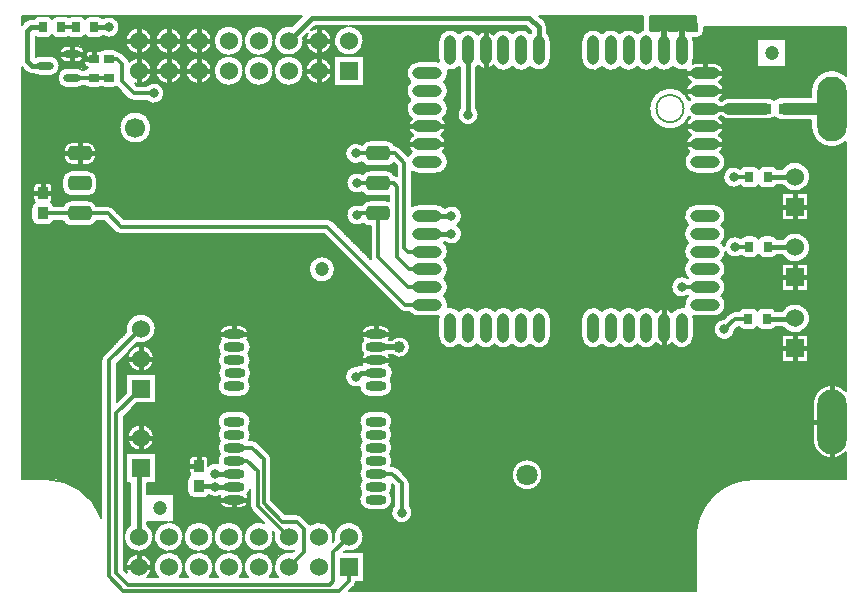
<source format=gtl>
%FSLAX24Y24*%
%MOIN*%
G70*
G01*
G75*
G04 Layer_Physical_Order=1*
G04 Layer_Color=255*
%ADD10C,0.0079*%
G04:AMPARAMS|DCode=11|XSize=28mil|YSize=35.8mil|CornerRadius=2.8mil|HoleSize=0mil|Usage=FLASHONLY|Rotation=0.000|XOffset=0mil|YOffset=0mil|HoleType=Round|Shape=RoundedRectangle|*
%AMROUNDEDRECTD11*
21,1,0.0280,0.0302,0,0,0.0*
21,1,0.0224,0.0358,0,0,0.0*
1,1,0.0056,0.0112,-0.0151*
1,1,0.0056,-0.0112,-0.0151*
1,1,0.0056,-0.0112,0.0151*
1,1,0.0056,0.0112,0.0151*
%
%ADD11ROUNDEDRECTD11*%
G04:AMPARAMS|DCode=12|XSize=41mil|YSize=36mil|CornerRadius=1.8mil|HoleSize=0mil|Usage=FLASHONLY|Rotation=0.000|XOffset=0mil|YOffset=0mil|HoleType=Round|Shape=RoundedRectangle|*
%AMROUNDEDRECTD12*
21,1,0.0410,0.0324,0,0,0.0*
21,1,0.0374,0.0360,0,0,0.0*
1,1,0.0036,0.0187,-0.0162*
1,1,0.0036,-0.0187,-0.0162*
1,1,0.0036,-0.0187,0.0162*
1,1,0.0036,0.0187,0.0162*
%
%ADD12ROUNDEDRECTD12*%
G04:AMPARAMS|DCode=13|XSize=41mil|YSize=36mil|CornerRadius=1.8mil|HoleSize=0mil|Usage=FLASHONLY|Rotation=270.000|XOffset=0mil|YOffset=0mil|HoleType=Round|Shape=RoundedRectangle|*
%AMROUNDEDRECTD13*
21,1,0.0410,0.0324,0,0,270.0*
21,1,0.0374,0.0360,0,0,270.0*
1,1,0.0036,-0.0162,-0.0187*
1,1,0.0036,-0.0162,0.0187*
1,1,0.0036,0.0162,0.0187*
1,1,0.0036,0.0162,-0.0187*
%
%ADD13ROUNDEDRECTD13*%
%ADD14O,0.0394X0.0984*%
%ADD15O,0.0984X0.0394*%
G04:AMPARAMS|DCode=16|XSize=28mil|YSize=35.8mil|CornerRadius=2.8mil|HoleSize=0mil|Usage=FLASHONLY|Rotation=270.000|XOffset=0mil|YOffset=0mil|HoleType=Round|Shape=RoundedRectangle|*
%AMROUNDEDRECTD16*
21,1,0.0280,0.0302,0,0,270.0*
21,1,0.0224,0.0358,0,0,270.0*
1,1,0.0056,-0.0151,-0.0112*
1,1,0.0056,-0.0151,0.0112*
1,1,0.0056,0.0151,0.0112*
1,1,0.0056,0.0151,-0.0112*
%
%ADD16ROUNDEDRECTD16*%
%ADD17O,0.0591X0.0281*%
G04:AMPARAMS|DCode=18|XSize=78.7mil|YSize=47.2mil|CornerRadius=11.8mil|HoleSize=0mil|Usage=FLASHONLY|Rotation=180.000|XOffset=0mil|YOffset=0mil|HoleType=Round|Shape=RoundedRectangle|*
%AMROUNDEDRECTD18*
21,1,0.0787,0.0236,0,0,180.0*
21,1,0.0551,0.0472,0,0,180.0*
1,1,0.0236,-0.0276,0.0118*
1,1,0.0236,0.0276,0.0118*
1,1,0.0236,0.0276,-0.0118*
1,1,0.0236,-0.0276,-0.0118*
%
%ADD18ROUNDEDRECTD18*%
%ADD19C,0.0472*%
%ADD20O,0.0709X0.0315*%
%ADD21C,0.0157*%
%ADD22C,0.0118*%
%ADD23C,0.0394*%
%ADD24C,0.0197*%
%ADD25C,0.0600*%
%ADD26R,0.0600X0.0600*%
%ADD27O,0.0984X0.2165*%
%ADD28C,0.0709*%
%ADD29R,0.0600X0.0600*%
%ADD30C,0.0669*%
%ADD31C,0.0315*%
%ADD32C,0.0394*%
D10*
X32224Y26378D02*
G03*
X32224Y26378I-453J0D01*
G01*
X32627Y29331D02*
G03*
X32677Y29182I247J0D01*
G01*
X32627Y29331D02*
G03*
X32677Y29182I247J0D01*
G01*
X31746Y28976D02*
G03*
X31403Y28976I-172J-354D01*
G01*
X32337D02*
G03*
X31994Y28976I-172J-354D01*
G01*
X31156D02*
G03*
X31102Y28998I-172J-354D01*
G01*
X12815Y12728D02*
G03*
X10984Y14026I-1831J-641D01*
G01*
X14502Y11102D02*
G03*
X13671Y10903I-439J0D01*
G01*
X13787Y12516D02*
G03*
X14560Y12102I276J-413D01*
G01*
X14348Y10768D02*
G03*
X14502Y11102I-285J335D01*
G01*
X15430Y10768D02*
G03*
X15560Y11102I-367J335D01*
G01*
D02*
G03*
X14696Y10768I-497J0D01*
G01*
X15035Y12598D02*
G03*
X15560Y12102I28J-496D01*
G01*
X14560D02*
G03*
X14339Y12516I-497J0D01*
G01*
X15560Y12102D02*
G03*
X15091Y12598I-497J0D01*
G01*
X15790Y14170D02*
G03*
X15686Y13986I111J-184D01*
G01*
X12890Y18165D02*
G03*
X12815Y17984I181J-181D01*
G01*
X12890Y18165D02*
G03*
X12815Y17984I181J-181D01*
G01*
X15744Y14282D02*
G03*
X15790Y14170I157J0D01*
G01*
X14573Y15409D02*
G03*
X14573Y15409I-439J0D01*
G01*
Y18047D02*
G03*
X14573Y18047I-439J0D01*
G01*
X14014Y18565D02*
G03*
X14631Y19047I120J482D01*
G01*
X16430Y10768D02*
G03*
X16560Y11102I-367J335D01*
G01*
D02*
G03*
X15696Y10768I-497J0D01*
G01*
X16560Y12102D02*
G03*
X16560Y12102I-497J0D01*
G01*
X17430Y10768D02*
G03*
X17560Y11102I-367J335D01*
G01*
D02*
G03*
X16696Y10768I-497J0D01*
G01*
X17560Y12102D02*
G03*
X17560Y12102I-497J0D01*
G01*
X15686Y13612D02*
G03*
X15901Y13397I215J0D01*
G01*
X16225D02*
G03*
X16404Y13494I0J215D01*
G01*
X16404Y13494D02*
G03*
X16774Y13464I210J286D01*
G01*
X16774Y13464D02*
G03*
X17047Y13050I273J-117D01*
G01*
X17441D02*
G03*
X17738Y13346I0J297D01*
G01*
X18560Y11102D02*
G03*
X17696Y10768I-497J0D01*
G01*
X18430D02*
G03*
X18560Y11102I-367J335D01*
G01*
X18235Y12569D02*
G03*
X18560Y12102I-172J-466D01*
G01*
D02*
G03*
X18529Y12274I-497J0D01*
G01*
X19183Y11584D02*
G03*
X18696Y10768I-120J-482D01*
G01*
X18581Y12223D02*
G03*
X19235Y11636I482J-120D01*
G01*
X19512Y12779D02*
G03*
X19331Y12854I-181J-181D01*
G01*
X19512Y12779D02*
G03*
X19331Y12854I-181J-181D01*
G01*
X17776Y13134D02*
G03*
X17851Y12953I256J0D01*
G01*
X17776Y13134D02*
G03*
X17851Y12953I256J0D01*
G01*
X17738Y13346D02*
G03*
X17682Y13520I-297J0D01*
G01*
D02*
G03*
X17776Y13663I-241J260D01*
G01*
X16382Y14656D02*
G03*
X16225Y14813I-157J0D01*
G01*
X16705Y14555D02*
G03*
X16382Y14481I-90J-343D01*
G01*
X15901Y14813D02*
G03*
X15744Y14656I0J-157D01*
G01*
X16767Y14862D02*
G03*
X16705Y14555I280J-217D01*
G01*
X16767Y15295D02*
G03*
X16767Y14862I280J-217D01*
G01*
Y15728D02*
G03*
X16767Y15295I280J-217D01*
G01*
X17047Y16299D02*
G03*
X16767Y15728I0J-354D01*
G01*
X16777Y17355D02*
G03*
X17047Y16772I270J-229D01*
G01*
X16777Y17763D02*
G03*
X16777Y17355I290J-204D01*
G01*
X16767Y18209D02*
G03*
X16777Y17763I280J-217D01*
G01*
X16806Y18685D02*
G03*
X16767Y18209I241J-260D01*
G01*
X18484Y14685D02*
G03*
X18409Y14866I-256J0D01*
G01*
X18016Y15259D02*
G03*
X17835Y15335I-181J-181D01*
G01*
X18484Y14685D02*
G03*
X18409Y14866I-256J0D01*
G01*
X17748Y15335D02*
G03*
X17795Y15512I-307J177D01*
G01*
Y15945D02*
G03*
X17441Y16299I-354J0D01*
G01*
X17795Y15512D02*
G03*
X17721Y15728I-354J0D01*
G01*
Y15728D02*
G03*
X17795Y15945I-280J217D01*
G01*
X18016Y15260D02*
G03*
X17835Y15335I-181J-181D01*
G01*
X17441Y16772D02*
G03*
X17795Y17126I0J354D01*
G01*
D02*
G03*
X17731Y17330I-354J0D01*
G01*
X17815Y17559D02*
G03*
X17731Y17788I-354J0D01*
G01*
Y17330D02*
G03*
X17815Y17559I-270J229D01*
G01*
X17795Y18425D02*
G03*
X17682Y18685I-354J0D01*
G01*
X17795Y17992D02*
G03*
X17721Y18209I-354J0D01*
G01*
Y18209D02*
G03*
X17795Y18425I-280J217D01*
G01*
X17731Y17788D02*
G03*
X17795Y17992I-290J204D01*
G01*
X10489Y22706D02*
G03*
X10704Y22492I215J0D01*
G01*
X11028D02*
G03*
X11227Y22626I0J215D01*
G01*
X11538D02*
G03*
X11822Y22449I283J138D01*
G01*
X10594Y23264D02*
G03*
X10489Y23080I111J-184D01*
G01*
X11235Y23138D02*
G03*
X11139Y23264I-207J-58D01*
G01*
D02*
G03*
X11185Y23376I-111J112D01*
G01*
X10547D02*
G03*
X10594Y23264I157J0D01*
G01*
X11822Y23315D02*
G03*
X11538Y23138I0J-315D01*
G01*
X11507Y23764D02*
G03*
X11822Y23449I315J0D01*
G01*
X13284Y22260D02*
G03*
X13465Y22185I181J181D01*
G01*
X14631Y19047D02*
G03*
X13652Y18927I-497J0D01*
G01*
X13283Y22260D02*
G03*
X13465Y22185I181J181D01*
G01*
X12656Y23138D02*
G03*
X12373Y23315I-283J-138D01*
G01*
Y22449D02*
G03*
X12656Y22626I0J315D01*
G01*
X12373Y23449D02*
G03*
X12688Y23764I0J315D01*
G01*
X13205Y23063D02*
G03*
X13024Y23138I-181J-181D01*
G01*
X13205Y23063D02*
G03*
X13024Y23138I-181J-181D01*
G01*
X10704Y23908D02*
G03*
X10547Y23750I0J-157D01*
G01*
X11185D02*
G03*
X11028Y23908I-157J0D01*
G01*
X11822Y24315D02*
G03*
X11507Y24000I0J-315D01*
G01*
X11564Y24764D02*
G03*
X11822Y24506I257J0D01*
G01*
Y25257D02*
G03*
X11564Y25000I0J-257D01*
G01*
X12630D02*
G03*
X12373Y25257I-257J0D01*
G01*
Y24506D02*
G03*
X12630Y24764I0J257D01*
G01*
X12688Y24000D02*
G03*
X12373Y24315I-315J0D01*
G01*
X14481Y25744D02*
G03*
X14481Y25744I-531J0D01*
G01*
X12815Y27101D02*
G03*
X12920Y27075I105J199D01*
G01*
X12710Y27075D02*
G03*
X12815Y27101I0J225D01*
G01*
X13716Y26709D02*
G03*
X13898Y26634I181J181D01*
G01*
X14481Y25744D02*
G03*
X14481Y25744I-531J0D01*
G01*
X13222Y27075D02*
G03*
X13325Y27100I0J225D01*
G01*
X13717Y26709D02*
G03*
X13898Y26634I181J181D01*
G01*
X10586Y27526D02*
G03*
X10780Y27464I194J276D01*
G01*
X10311Y27607D02*
G03*
X10506Y27526I195J195D01*
G01*
X10311Y27607D02*
G03*
X10506Y27526I195J195D01*
G01*
X10780Y28139D02*
G03*
X10630Y28103I0J-337D01*
G01*
X11690Y27739D02*
G03*
X11690Y27064I0J-337D01*
G01*
X11090Y27464D02*
G03*
X11428Y27802I0J337D01*
G01*
X12220Y27657D02*
G03*
X12000Y27739I-220J-256D01*
G01*
X11428Y27802D02*
G03*
X11090Y28139I-337J0D01*
G01*
X11690Y28481D02*
G03*
X11690Y27922I0J-280D01*
G01*
X12000D02*
G03*
X12241Y28058I0J280D01*
G01*
X10472Y29370D02*
G03*
X10278Y29289I0J-276D01*
G01*
X11181Y28828D02*
G03*
X11374Y28719I193J115D01*
G01*
X10988D02*
G03*
X11181Y28828I0J225D01*
G01*
X10630Y28763D02*
G03*
X10764Y28719I134J180D01*
G01*
X10472Y29370D02*
G03*
X10278Y29289I0J-276D01*
G01*
X10764Y29470D02*
G03*
X10577Y29370I0J-225D01*
G01*
X11374Y29470D02*
G03*
X11181Y29361I0J-225D01*
G01*
D02*
G03*
X10988Y29470I-193J-115D01*
G01*
X12278Y28238D02*
G03*
X12000Y28481I-277J-37D01*
G01*
X11598Y28719D02*
G03*
X11732Y28763I0J225D01*
G01*
Y29426D02*
G03*
X11598Y29470I-134J-180D01*
G01*
X11732Y28763D02*
G03*
X11867Y28719I134J180D01*
G01*
Y29470D02*
G03*
X11732Y29426I0J-225D01*
G01*
X12000Y27064D02*
G03*
X12220Y27146I0J337D01*
G01*
X12375Y27746D02*
G03*
X12227Y27657I33J-222D01*
G01*
X12244Y27146D02*
G03*
X12408Y27075I164J154D01*
G01*
X12241Y27910D02*
G03*
X12375Y27746I167J0D01*
G01*
X13750Y27946D02*
G03*
X13685Y28055I-246J-72D01*
G01*
X12408Y28301D02*
G03*
X12278Y28238I0J-167D01*
G01*
X13397Y28274D02*
G03*
X13222Y28358I-175J-141D01*
G01*
X13538Y28202D02*
G03*
X13397Y28274I-181J-181D01*
G01*
X13750Y27946D02*
G03*
X13685Y28055I-246J-72D01*
G01*
X13537Y28202D02*
G03*
X13397Y28274I-181J-181D01*
G01*
X13930Y27219D02*
G03*
X14502Y27638I133J419D01*
G01*
D02*
G03*
X13750Y27946I-439J0D01*
G01*
X14502Y28638D02*
G03*
X14502Y28638I-439J0D01*
G01*
X12761Y28293D02*
G03*
X12710Y28301I-51J-159D01*
G01*
X12920Y28358D02*
G03*
X12761Y28293I0J-225D01*
G01*
X12700Y28719D02*
G03*
X12874Y28800I0J225D01*
G01*
X12283Y29361D02*
G03*
X12090Y29470I-193J-115D01*
G01*
Y28719D02*
G03*
X12283Y28828I0J225D01*
G01*
X12477Y29470D02*
G03*
X12283Y29361I0J-225D01*
G01*
Y28828D02*
G03*
X12477Y28719I193J115D01*
G01*
X12874Y28800D02*
G03*
X13425Y29094I197J294D01*
G01*
D02*
G03*
X12874Y29389I-354J0D01*
G01*
X12874D02*
G03*
X12700Y29470I-173J-143D01*
G01*
X17682Y18685D02*
G03*
X17738Y18858I-241J173D01*
G01*
X17047Y19155D02*
G03*
X16806Y18685I0J-297D01*
G01*
X17738Y18858D02*
G03*
X17441Y19155I-297J0D01*
G01*
X14921Y26890D02*
G03*
X14322Y27146I-354J0D01*
G01*
Y26634D02*
G03*
X14921Y26890I245J256D01*
G01*
X15502Y27638D02*
G03*
X15502Y27638I-439J0D01*
G01*
Y28638D02*
G03*
X15502Y28638I-439J0D01*
G01*
X16502Y27638D02*
G03*
X16502Y27638I-439J0D01*
G01*
Y28638D02*
G03*
X16502Y28638I-439J0D01*
G01*
X17560Y27638D02*
G03*
X17560Y27638I-497J0D01*
G01*
Y28638D02*
G03*
X17560Y28638I-497J0D01*
G01*
X18560Y27638D02*
G03*
X18560Y27638I-497J0D01*
G01*
Y28638D02*
G03*
X18560Y28638I-497J0D01*
G01*
X19560Y27638D02*
G03*
X19560Y27638I-497J0D01*
G01*
X19160Y29125D02*
G03*
X19560Y28638I-97J-487D01*
G01*
D02*
G03*
X19550Y28735I-497J0D01*
G01*
X20529Y11930D02*
G03*
X20560Y12102I-466J172D01*
G01*
X21244Y10449D02*
G03*
X21318Y10606I-181J181D01*
G01*
X21244Y10449D02*
G03*
X21318Y10606I-181J181D01*
G01*
X19777Y12509D02*
G03*
X19748Y12543I-210J-146D01*
G01*
X20560Y12102D02*
G03*
X19777Y12509I-497J0D01*
G01*
D02*
G03*
X19748Y12543I-210J-146D01*
G01*
X20943Y11620D02*
G03*
X21560Y12102I120J482D01*
G01*
D02*
G03*
X20581Y11982I-497J0D01*
G01*
X21491Y13563D02*
G03*
X21772Y12992I280J-217D01*
G01*
X22165D02*
G03*
X22520Y13346I0J354D01*
G01*
X21491Y14429D02*
G03*
X21491Y13996I280J-217D01*
G01*
Y13996D02*
G03*
X21491Y13563I280J-217D01*
G01*
X21314Y17795D02*
G03*
X21418Y17107I-15J-354D01*
G01*
X21491Y14862D02*
G03*
X21491Y14429I280J-217D01*
G01*
Y15295D02*
G03*
X21491Y14862I280J-217D01*
G01*
Y15728D02*
G03*
X21491Y15295I280J-217D01*
G01*
X21772Y16299D02*
G03*
X21491Y15728I0J-354D01*
G01*
X21418Y17107D02*
G03*
X21772Y16772I354J19D01*
G01*
X21457Y17835D02*
G03*
X21314Y17795I0J-276D01*
G01*
X21457Y17835D02*
G03*
X21314Y17795I0J-276D01*
G01*
X21556Y18196D02*
G03*
X21520Y17835I216J-204D01*
G01*
X21556Y18655D02*
G03*
X21556Y18196I216J-229D01*
G01*
X22414Y17830D02*
G03*
X22462Y17992I-248J162D01*
G01*
D02*
G03*
X22404Y18169I-297J0D01*
G01*
X22520Y13346D02*
G03*
X22446Y13563I-354J0D01*
G01*
Y14862D02*
G03*
X22520Y15079I-280J217D01*
G01*
X22446Y13563D02*
G03*
X22520Y13780I-280J217D01*
G01*
Y14646D02*
G03*
X22446Y14862I-354J0D01*
G01*
X22472Y14468D02*
G03*
X22520Y14646I-307J177D01*
G01*
Y15079D02*
G03*
X22446Y15295I-354J0D01*
G01*
X22165Y16772D02*
G03*
X22520Y17126I0J354D01*
G01*
Y15945D02*
G03*
X22165Y16299I-354J0D01*
G01*
X22539Y17559D02*
G03*
X22414Y17830I-354J0D01*
G01*
X22446Y15728D02*
G03*
X22520Y15945I-280J217D01*
G01*
X22446Y15295D02*
G03*
X22520Y15512I-280J217D01*
G01*
D02*
G03*
X22446Y15728I-354J0D01*
G01*
X22520Y17126D02*
G03*
X22455Y17330I-354J0D01*
G01*
D02*
G03*
X22539Y17559I-270J229D01*
G01*
X22579Y13158D02*
G03*
X23189Y12913I256J-245D01*
G01*
D02*
G03*
X23091Y13158I-354J0D01*
G01*
X22520Y13780D02*
G03*
X22510Y13860I-354J0D01*
G01*
X22701Y14394D02*
G03*
X22520Y14468I-181J-181D01*
G01*
X22511Y18169D02*
G03*
X23110Y18425I245J256D01*
G01*
X23091Y13898D02*
G03*
X23015Y14079I-256J0D01*
G01*
X22701Y14393D02*
G03*
X22520Y14468I-181J-181D01*
G01*
X23091Y13898D02*
G03*
X23016Y14079I-256J0D01*
G01*
X27520Y14173D02*
G03*
X27520Y14173I-512J0D01*
G01*
X28819Y18780D02*
G03*
X29508Y18519I394J0D01*
G01*
X29508D02*
G03*
X30098Y18519I295J260D01*
G01*
X30098D02*
G03*
X30689Y18519I295J260D01*
G01*
D02*
G03*
X31315Y18566I295J260D01*
G01*
X23110Y18425D02*
G03*
X22511Y18681I-354J0D01*
G01*
X25335Y18519D02*
G03*
X25925Y18519I295J260D01*
G01*
X26516D02*
G03*
X27106Y18519I295J260D01*
G01*
X25925D02*
G03*
X26516Y18519I295J260D01*
G01*
X24744D02*
G03*
X25335Y18519I295J260D01*
G01*
X24055Y18780D02*
G03*
X24744Y18519I394J0D01*
G01*
X27106D02*
G03*
X27795Y18780I295J260D01*
G01*
X31315Y18566D02*
G03*
X31835Y18566I260J213D01*
G01*
D02*
G03*
X32559Y18780I331J213D01*
G01*
X21772Y19155D02*
G03*
X21556Y18655I0J-297D01*
G01*
X22462Y18858D02*
G03*
X22165Y19155I-297J0D01*
G01*
X22404Y18681D02*
G03*
X22462Y18858I-238J177D01*
G01*
X20603Y21020D02*
G03*
X20603Y21020I-433J0D01*
G01*
D02*
G03*
X20603Y21020I-433J0D01*
G01*
X22772Y19662D02*
G03*
X22953Y19587I181J181D01*
G01*
X23087D02*
G03*
X23386Y19449I299J256D01*
G01*
X22772Y19662D02*
G03*
X22953Y19587I181J181D01*
G01*
X24065Y19459D02*
G03*
X24055Y19370I384J-89D01*
G01*
X23976Y19449D02*
G03*
X24065Y19459I0J394D01*
G01*
X24237Y20138D02*
G03*
X24370Y20433I-260J295D01*
G01*
Y19843D02*
G03*
X24237Y20138I-394J0D01*
G01*
X24370Y20433D02*
G03*
X24237Y20728I-394J0D01*
G01*
Y20728D02*
G03*
X24370Y21024I-260J295D01*
G01*
D02*
G03*
X24237Y21319I-394J0D01*
G01*
X21791Y21417D02*
G03*
X21798Y21359I256J0D01*
G01*
X21791Y21417D02*
G03*
X21798Y21359I256J0D01*
G01*
X24237Y21319D02*
G03*
X24370Y21614I-260J295D01*
G01*
D02*
G03*
X24237Y21909I-394J0D01*
G01*
X24265Y21929D02*
G03*
X24843Y22205I223J276D01*
G01*
X24237Y21909D02*
G03*
X24258Y21929I-260J295D01*
G01*
X24744Y19630D02*
G03*
X24360Y19754I-295J-260D01*
G01*
X25335Y19630D02*
G03*
X24744Y19630I-295J-260D01*
G01*
X25925D02*
G03*
X25335Y19630I-295J-260D01*
G01*
X26516D02*
G03*
X25925Y19630I-295J-260D01*
G01*
X27795Y19370D02*
G03*
X27106Y19630I-394J0D01*
G01*
X27106D02*
G03*
X26516Y19630I-295J-260D01*
G01*
X32559Y19370D02*
G03*
X32549Y19459I-394J0D01*
G01*
X29508Y19630D02*
G03*
X28819Y19370I-295J-260D01*
G01*
X30098Y19630D02*
G03*
X29508Y19630I-295J-260D01*
G01*
X31315Y19584D02*
G03*
X30689Y19630I-331J-213D01*
G01*
X31835Y19584D02*
G03*
X31315Y19584I-260J-213D01*
G01*
X30689Y19630D02*
G03*
X30098Y19630I-295J-260D01*
G01*
X32254Y19754D02*
G03*
X31835Y19584I-89J-384D01*
G01*
X24360Y19754D02*
G03*
X24370Y19843I-384J89D01*
G01*
X32370Y20722D02*
G03*
X32370Y20144I-205J-289D01*
G01*
X32377Y20138D02*
G03*
X32254Y19754I260J-295D01*
G01*
X32370Y20144D02*
G03*
X32377Y20138I267J289D01*
G01*
Y20728D02*
G03*
X32370Y20722I260J-295D01*
G01*
X32377Y22500D02*
G03*
X32377Y21909I260J-295D01*
G01*
Y21319D02*
G03*
X32377Y20728I260J-295D01*
G01*
Y21909D02*
G03*
X32377Y21319I260J-295D01*
G01*
X34567Y14026D02*
G03*
X32627Y12087I0J-1940D01*
G01*
X36534Y15354D02*
G03*
X37627Y14924I632J0D01*
G01*
Y16966D02*
G03*
X36534Y16535I-462J-431D01*
G01*
X33575Y19370D02*
G03*
X33937Y19008I8J-354D01*
G01*
X32549Y19459D02*
G03*
X32638Y19449I89J384D01*
G01*
X33228D02*
G03*
X33622Y19843I0J394D01*
G01*
X33937Y19626D02*
G03*
X33756Y19551I0J-256D01*
G01*
X33937Y19626D02*
G03*
X33756Y19551I0J-256D01*
G01*
X33489Y20138D02*
G03*
X33622Y20433I-260J295D01*
G01*
Y19843D02*
G03*
X33489Y20138I-394J0D01*
G01*
X34069Y19114D02*
G03*
X34268Y18994I199J105D01*
G01*
X34492D02*
G03*
X34685Y19104I0J225D01*
G01*
X34268Y19746D02*
G03*
X34069Y19626I0J-225D01*
G01*
X34685Y19636D02*
G03*
X34492Y19746I-193J-115D01*
G01*
X33489Y20728D02*
G03*
X33622Y21024I-260J295D01*
G01*
Y20433D02*
G03*
X33489Y20728I-394J0D01*
G01*
Y21319D02*
G03*
X33622Y21609I-260J295D01*
G01*
X33622Y21024D02*
G03*
X33489Y21319I-394J0D01*
G01*
X33622Y21609D02*
G03*
X34134Y21477I315J162D01*
G01*
X34134D02*
G03*
X34308Y21396I173J143D01*
G01*
X33583Y21785D02*
G03*
X33489Y21909I-355J-171D01*
G01*
Y21909D02*
G03*
X33622Y22205I-260J295D01*
G01*
X34134Y22066D02*
G03*
X33583Y21785I-197J-294D01*
G01*
X34724Y22038D02*
G03*
X34531Y22148I-193J-115D01*
G01*
X34308D02*
G03*
X34134Y22066I0J-225D01*
G01*
X34531Y21396D02*
G03*
X34724Y21506I0J225D01*
G01*
X34685Y19104D02*
G03*
X34878Y18994I193J115D01*
G01*
X35102D02*
G03*
X35289Y19094I0J225D01*
G01*
X35542D02*
G03*
X36442Y19386I402J291D01*
G01*
X34878Y19746D02*
G03*
X34685Y19636I0J-225D01*
G01*
X35289Y19646D02*
G03*
X35102Y19746I-187J-124D01*
G01*
X36442Y19386D02*
G03*
X35521Y19646I-497J0D01*
G01*
X34724Y21506D02*
G03*
X34918Y21396I193J115D01*
G01*
X35141D02*
G03*
X35328Y21496I0J225D01*
G01*
Y22047D02*
G03*
X35141Y22148I-187J-124D01*
G01*
X34918D02*
G03*
X34724Y22038I0J-225D01*
G01*
X35517Y21496D02*
G03*
X36442Y21748I428J252D01*
G01*
D02*
G03*
X35548Y22047I-497J0D01*
G01*
X20535Y22622D02*
G03*
X20354Y22697I-181J-181D01*
G01*
X21544Y22546D02*
G03*
X21772Y22449I228J218D01*
G01*
X20536Y22622D02*
G03*
X20354Y22697I-181J-181D01*
G01*
X21496Y23152D02*
G03*
X21544Y22546I-157J-318D01*
G01*
X21506Y25169D02*
G03*
X21506Y24594I-207J-288D01*
G01*
X21527Y24198D02*
G03*
X21510Y23588I-188J-300D01*
G01*
X21772Y24315D02*
G03*
X21527Y24198I0J-315D01*
G01*
X21772Y23315D02*
G03*
X21496Y23152I0J-315D01*
G01*
X21510Y23588D02*
G03*
X21772Y23449I261J176D01*
G01*
X21506Y24594D02*
G03*
X21772Y24449I265J169D01*
G01*
X22323Y23449D02*
G03*
X22421Y23465I0J315D01*
G01*
Y23299D02*
G03*
X22323Y23315I-98J-299D01*
G01*
X22657Y24124D02*
G03*
X22607Y24136I-83J-242D01*
G01*
X22657Y24124D02*
G03*
X22607Y24136I-83J-242D01*
G01*
X22607D02*
G03*
X22323Y24315I-284J-136D01*
G01*
Y24449D02*
G03*
X22561Y24558I0J315D01*
G01*
X23169Y24277D02*
G03*
X23386Y24213I217J329D01*
G01*
X23172Y24937D02*
G03*
X23043Y24799I213J-331D01*
G01*
X22606Y25138D02*
G03*
X22323Y25315I-283J-138D01*
G01*
X22780Y25063D02*
G03*
X22606Y25138I-181J-181D01*
G01*
X22779Y25063D02*
G03*
X22606Y25138I-181J-181D01*
G01*
X21772Y25315D02*
G03*
X21506Y25169I0J-315D01*
G01*
X23225Y25492D02*
G03*
X23172Y24937I161J-295D01*
G01*
X23125Y26673D02*
G03*
X23172Y26047I260J-295D01*
G01*
D02*
G03*
X23225Y25492I213J-260D01*
G01*
X23125Y27264D02*
G03*
X23125Y26673I260J-295D01*
G01*
X23386Y23189D02*
G03*
X23169Y23124I0J-394D01*
G01*
X24258Y23071D02*
G03*
X23976Y23189I-281J-276D01*
G01*
Y24213D02*
G03*
X24370Y24606I0J394D01*
G01*
X24313Y25197D02*
G03*
X24137Y25492I-336J0D01*
G01*
Y25492D02*
G03*
X24313Y25787I-161J295D01*
G01*
D02*
G03*
X24190Y26047I-336J0D01*
G01*
X24370Y24606D02*
G03*
X24190Y24937I-394J0D01*
G01*
D02*
G03*
X24313Y25197I-213J260D01*
G01*
X24190Y26047D02*
G03*
X24370Y26378I-213J331D01*
G01*
X24843Y22795D02*
G03*
X24265Y23071I-354J0D01*
G01*
X24843Y22205D02*
G03*
X24684Y22500I-354J0D01*
G01*
D02*
G03*
X24843Y22795I-196J295D01*
G01*
X24764Y26404D02*
G03*
X25394Y26181I276J-223D01*
G01*
D02*
G03*
X25315Y26404I-354J0D01*
G01*
X24370Y26378D02*
G03*
X24237Y26673I-394J0D01*
G01*
X24370Y26969D02*
G03*
X24237Y27264I-394J0D01*
G01*
Y26673D02*
G03*
X24370Y26969I-260J295D01*
G01*
X24237Y27264D02*
G03*
X24370Y27559I-260J295D01*
G01*
D02*
G03*
X24360Y27648I-394J0D01*
G01*
X19699Y28884D02*
G03*
X20502Y28638I364J-247D01*
G01*
Y27638D02*
G03*
X20502Y27638I-439J0D01*
G01*
X21035Y29134D02*
G03*
X21560Y28638I28J-496D01*
G01*
X24360Y27648D02*
G03*
X24744Y27771I89J384D01*
G01*
X24065Y27943D02*
G03*
X23976Y27953I-89J-384D01*
G01*
X24744Y27771D02*
G03*
X24764Y27750I295J260D01*
G01*
X23386Y27953D02*
G03*
X23125Y27264I0J-394D01*
G01*
X24055Y28031D02*
G03*
X24065Y27943I394J0D01*
G01*
X20502Y28638D02*
G03*
X19816Y29001I-439J0D01*
G01*
X21560Y28638D02*
G03*
X21091Y29134I-497J0D01*
G01*
X25370Y28836D02*
G03*
X24744Y28882I-331J-213D01*
G01*
X24744D02*
G03*
X24055Y28622I-295J-260D01*
G01*
X25370Y27818D02*
G03*
X25890Y27818I260J213D01*
G01*
X25315Y27750D02*
G03*
X25370Y27818I-276J281D01*
G01*
X25890D02*
G03*
X26516Y27771I331J213D01*
G01*
X26516D02*
G03*
X27106Y27771I295J260D01*
G01*
X27106D02*
G03*
X27795Y28031I295J260D01*
G01*
X29508Y27771D02*
G03*
X30098Y27771I295J260D01*
G01*
X30098D02*
G03*
X30689Y27771I295J260D01*
G01*
D02*
G03*
X31280Y27771I295J260D01*
G01*
X28819Y28031D02*
G03*
X29508Y27771I394J0D01*
G01*
Y28882D02*
G03*
X28819Y28622I-295J-260D01*
G01*
X27795D02*
G03*
X27677Y28903I-394J0D01*
G01*
X27126D02*
G03*
X27106Y28882I276J-281D01*
G01*
X25890Y28836D02*
G03*
X25370Y28836I-260J-213D01*
G01*
X26516Y28882D02*
G03*
X25890Y28836I-295J-260D01*
G01*
X27106Y28882D02*
G03*
X26516Y28882I-295J-260D01*
G01*
X27677Y29094D02*
G03*
X27596Y29289I-276J0D01*
G01*
X27677Y29094D02*
G03*
X27596Y29289I-276J0D01*
G01*
X30866Y28998D02*
G03*
X30689Y28882I118J-376D01*
G01*
D02*
G03*
X30098Y28882I-295J-260D01*
G01*
X30098D02*
G03*
X29508Y28882I-295J-260D01*
G01*
X33622Y22205D02*
G03*
X33489Y22500I-394J0D01*
G01*
X32638Y23189D02*
G03*
X32377Y22500I0J-394D01*
G01*
X33489D02*
G03*
X33622Y22795I-260J295D01*
G01*
D02*
G03*
X33228Y23189I-394J0D01*
G01*
X34120Y24370D02*
G03*
X34120Y23819I-223J-276D01*
G01*
X32424Y24937D02*
G03*
X32638Y24213I213J-331D01*
G01*
X33228D02*
G03*
X33622Y24606I0J394D01*
G01*
D02*
G03*
X33442Y24937I-394J0D01*
G01*
D02*
G03*
X33565Y25197I-213J260D01*
G01*
X34724Y23828D02*
G03*
X34918Y23719I193J115D01*
G01*
X34531D02*
G03*
X34724Y23828I0J225D01*
G01*
X35542Y23819D02*
G03*
X36442Y24110I402J291D01*
G01*
X34120Y23819D02*
G03*
X34308Y23719I187J124D01*
G01*
X35141D02*
G03*
X35328Y23819I0J225D01*
G01*
X34308Y24470D02*
G03*
X34120Y24370I0J-225D01*
G01*
X34724Y24361D02*
G03*
X34531Y24470I-193J-115D01*
G01*
X35328Y24370D02*
G03*
X35141Y24470I-187J-124D01*
G01*
X34918D02*
G03*
X34724Y24361I0J-225D01*
G01*
X36442Y24110D02*
G03*
X35521Y24370I-497J0D01*
G01*
X32406Y26646D02*
G03*
X32406Y26110I-635J-268D01*
G01*
X32477Y25492D02*
G03*
X32424Y24937I161J-295D01*
G01*
X32459Y26072D02*
G03*
X32477Y25492I179J-285D01*
G01*
X33565Y25197D02*
G03*
X33389Y25492I-336J0D01*
G01*
Y25492D02*
G03*
X33565Y25787I-161J295D01*
G01*
X32406Y26110D02*
G03*
X32459Y26072I232J268D01*
G01*
X32477Y27264D02*
G03*
X32459Y26684I161J-295D01*
G01*
X32320Y27670D02*
G03*
X32477Y27264I318J-110D01*
G01*
X33407Y26072D02*
G03*
X33473Y26122I-179J306D01*
G01*
X32459Y26684D02*
G03*
X32406Y26646I179J-306D01*
G01*
X33389Y27264D02*
G03*
X33565Y27559I-161J295D01*
G01*
Y26969D02*
G03*
X33389Y27264I-336J0D01*
G01*
X31280Y27771D02*
G03*
X31870Y27771I295J260D01*
G01*
X31870D02*
G03*
X32320Y27670I295J260D01*
G01*
X32527Y27877D02*
G03*
X32559Y28031I-362J155D01*
G01*
X32638Y27895D02*
G03*
X32527Y27877I0J-336D01*
G01*
X32559Y28622D02*
G03*
X32541Y28740I-394J0D01*
G01*
X33565Y27559D02*
G03*
X33228Y27895I-336J0D01*
G01*
X32677Y28740D02*
G03*
X32913Y28976I0J236D01*
G01*
X32677Y28740D02*
G03*
X32913Y28976I0J236D01*
G01*
X33565Y25787D02*
G03*
X33407Y26072I-336J0D01*
G01*
X33495Y26122D02*
G03*
X33740Y26024I245J256D01*
G01*
X34941D02*
G03*
X35049Y26041I0J354D01*
G01*
X35250Y26090D02*
G03*
X35424Y26001I174J126D01*
G01*
X35128Y26041D02*
G03*
X35250Y26090I0J175D01*
G01*
X33473Y26634D02*
G03*
X33407Y26684I-245J-256D01*
G01*
D02*
G03*
X33565Y26969I-179J285D01*
G01*
X33740Y26732D02*
G03*
X33495Y26634I0J-354D01*
G01*
X35250Y26666D02*
G03*
X35128Y26715I-122J-126D01*
G01*
X35049D02*
G03*
X34941Y26732I-108J-337D01*
G01*
X36476Y25787D02*
G03*
X37627Y25276I689J0D01*
G01*
X35424Y26755D02*
G03*
X35250Y26666I0J-215D01*
G01*
X35496Y26001D02*
G03*
X35611Y25984I114J377D01*
G01*
Y26772D02*
G03*
X35496Y26755I0J-394D01*
G01*
X37627Y27480D02*
G03*
X36476Y26969I-462J-511D01*
G01*
X32337Y28976D02*
X32677D01*
X32288Y28996D02*
X32677D01*
X32627Y29331D02*
Y29478D01*
X31698Y28996D02*
X32042D01*
X32677Y28976D02*
Y29182D01*
X31746Y28976D02*
X31994D01*
X31156D02*
X31403D01*
X31102Y29291D02*
X32630D01*
X31102Y29350D02*
X32627D01*
X31102Y29232D02*
X32648D01*
X31102Y29468D02*
X32627D01*
X31102Y29478D02*
X32627D01*
X31102Y29409D02*
X32627D01*
X31102Y29114D02*
X32677D01*
X31102Y29173D02*
X32677D01*
X31102Y29055D02*
X32677D01*
X31102Y28998D02*
Y29478D01*
X31107Y28996D02*
X31452D01*
X13563Y11161D02*
X13628D01*
X13563Y11220D02*
X13640D01*
X13563Y11870D02*
X13624D01*
X13563Y11279D02*
X13661D01*
X13563Y11811D02*
X13661D01*
X13649Y10925D02*
X13661D01*
X13563Y11012D02*
X13671Y10903D01*
X13563Y11102D02*
X13624D01*
X13590Y10984D02*
X13640D01*
X13563Y11043D02*
X13628D01*
X12805Y12756D02*
X12815D01*
X12730Y12933D02*
X12815D01*
X12782Y12815D02*
X12815D01*
X12757Y12874D02*
X12815D01*
X13563Y11988D02*
X13579D01*
X13563Y11929D02*
X13597D01*
X13563Y12224D02*
X13581D01*
X13563Y12283D02*
X13600D01*
X13563Y12342D02*
X13628D01*
X13563Y12402D02*
X13666D01*
X13563Y11339D02*
X13693D01*
X13563Y11398D02*
X13738D01*
X13563Y11457D02*
X13803D01*
X13563Y11516D02*
X13914D01*
X13563Y11634D02*
X13898D01*
X13563Y11693D02*
X13782D01*
X13563Y11575D02*
X14909D01*
X13563Y11752D02*
X13711D01*
X13563Y12461D02*
X13719D01*
X13563Y12638D02*
X13787D01*
X13563Y12520D02*
X13787D01*
X13563Y12579D02*
X13787D01*
X13563Y12697D02*
X13787D01*
Y12516D02*
Y13913D01*
X13563Y12874D02*
X13787D01*
X13563Y12756D02*
X13787D01*
X13563Y12815D02*
X13787D01*
X12407Y13405D02*
X12815D01*
X12459Y13346D02*
X12815D01*
X12219Y13583D02*
X12815D01*
X12350Y13465D02*
X12815D01*
X12287Y13524D02*
X12815D01*
X12632Y13110D02*
X12815D01*
X12700Y12992D02*
X12815D01*
X12667Y13051D02*
X12815D01*
X12508Y13287D02*
X12815D01*
X12594Y13169D02*
X12815D01*
X12552Y13228D02*
X12815D01*
X11326Y13996D02*
X12815D01*
X11566Y13937D02*
X12815D01*
X10168Y14026D02*
X10984D01*
X10168Y14055D02*
X12815D01*
X10168Y14114D02*
X12815D01*
X11966Y13760D02*
X12815D01*
X12144Y13642D02*
X12815D01*
X12060Y13701D02*
X12815D01*
X11857Y13819D02*
X12815D01*
X11728Y13878D02*
X12815D01*
X13563Y13996D02*
X13637D01*
X13563Y13346D02*
X13787D01*
X13563Y13287D02*
X13787D01*
X13563Y13524D02*
X13787D01*
X13563Y13405D02*
X13787D01*
X13563Y13465D02*
X13787D01*
X13563Y13051D02*
X13787D01*
X13563Y12933D02*
X13787D01*
X13563Y12992D02*
X13787D01*
X13563Y13228D02*
X13787D01*
X13563Y13110D02*
X13787D01*
X13563Y13169D02*
X13787D01*
X13563Y13642D02*
X13787D01*
X13563Y13583D02*
X13787D01*
X13563Y13819D02*
X13787D01*
X13563Y13701D02*
X13787D01*
X13563Y13760D02*
X13787D01*
X13563Y13937D02*
X13637D01*
X13563Y13878D02*
X13787D01*
X13637Y13913D02*
X13787D01*
X13563Y14173D02*
X13637D01*
X13563Y14055D02*
X13637D01*
X13563Y14114D02*
X13637D01*
X14348Y10768D02*
X14696D01*
X14465Y10925D02*
X14599D01*
X14388Y10807D02*
X14663D01*
X14433Y10866D02*
X14626D01*
X14498Y11043D02*
X14570D01*
X14486Y10984D02*
X14580D01*
X14502Y11102D02*
X14566D01*
X14498Y11161D02*
X14570D01*
X14486Y11220D02*
X14580D01*
X14388Y11398D02*
X14663D01*
X14323Y11457D02*
X14715D01*
X14344Y11693D02*
X14782D01*
X14212Y11516D02*
X14787D01*
X14228Y11634D02*
X14898D01*
X14465Y11279D02*
X14599D01*
X14433Y11339D02*
X14626D01*
X14415Y11752D02*
X14711D01*
X14529Y11929D02*
X14597D01*
X14465Y11811D02*
X14661D01*
X14502Y11870D02*
X14624D01*
X15430Y10768D02*
X15696D01*
X15500Y11339D02*
X15626D01*
X15463Y10807D02*
X15663D01*
X15500Y10866D02*
X15626D01*
X15556Y11043D02*
X15570D01*
X15527Y10925D02*
X15599D01*
X15546Y10984D02*
X15580D01*
X15556Y11161D02*
X15570D01*
X15546Y11220D02*
X15580D01*
X15527Y11279D02*
X15599D01*
X15339Y11516D02*
X15787D01*
X15228Y11634D02*
X15898D01*
X15344Y11693D02*
X15782D01*
X15463Y11398D02*
X15663D01*
X15411Y11457D02*
X15715D01*
X15415Y11752D02*
X15711D01*
X15529Y11929D02*
X15597D01*
X15465Y11811D02*
X15661D01*
X15502Y11870D02*
X15624D01*
X14545Y12224D02*
X14581D01*
X14526Y12283D02*
X14600D01*
X14498Y12342D02*
X14628D01*
X14460Y12402D02*
X14666D01*
X14407Y12461D02*
X14719D01*
X14547Y11988D02*
X14579D01*
X15547D02*
X15579D01*
X15557Y12047D02*
X15569D01*
X14557D02*
X14569D01*
X15556Y12165D02*
X15570D01*
X14556D02*
X14570D01*
X14339Y12516D02*
Y12598D01*
Y12520D02*
X14793D01*
X14339Y12579D02*
X14922D01*
X14339Y12598D02*
X15035D01*
X15236D02*
Y13543D01*
X15091Y12598D02*
X15236D01*
X14339Y13543D02*
Y13913D01*
Y13543D02*
X15236D01*
X14339Y13913D02*
X14631D01*
X15236Y13465D02*
X15745D01*
X15236Y13405D02*
X15842D01*
X14339Y13642D02*
X15686D01*
X15236Y13524D02*
X15705D01*
X14339Y13583D02*
X15688D01*
X15545Y12224D02*
X15581D01*
X15526Y12283D02*
X15600D01*
X15498Y12342D02*
X15628D01*
X15460Y12402D02*
X15666D01*
X15407Y12461D02*
X15719D01*
X15333Y12520D02*
X15793D01*
X14339Y13760D02*
X15686D01*
X14339Y13701D02*
X15686D01*
X14631Y13937D02*
X15686D01*
X14339Y13819D02*
X15686D01*
X14339Y13878D02*
X15686D01*
Y13612D02*
Y13986D01*
X14631Y13996D02*
X15686D01*
X14631Y14055D02*
X15698D01*
X14631Y14114D02*
X15729D01*
X14631Y14173D02*
X15787D01*
X10168Y14528D02*
X12815D01*
X10168Y14468D02*
X12815D01*
X10168Y14705D02*
X12815D01*
X10168Y14587D02*
X12815D01*
X10168Y14646D02*
X12815D01*
X10168Y14232D02*
X12815D01*
X10168Y14173D02*
X12815D01*
X10168Y14409D02*
X12815D01*
X10168Y14291D02*
X12815D01*
X10168Y14350D02*
X12815D01*
X10168Y14823D02*
X12815D01*
X10168Y14764D02*
X12815D01*
X10168Y15000D02*
X12815D01*
X10168Y14882D02*
X12815D01*
X10168Y14941D02*
X12815D01*
X10168Y14026D02*
Y27749D01*
Y15059D02*
X12815D01*
Y12728D02*
Y17984D01*
X10168Y15236D02*
X12815D01*
X10168Y15118D02*
X12815D01*
X10168Y15177D02*
X12815D01*
X10168Y15709D02*
X12815D01*
X10168Y15650D02*
X12815D01*
X10168Y15886D02*
X12815D01*
X10168Y15768D02*
X12815D01*
X10168Y15827D02*
X12815D01*
X10168Y15413D02*
X12815D01*
X10168Y15295D02*
X12815D01*
X10168Y15354D02*
X12815D01*
X10168Y15591D02*
X12815D01*
X10168Y15472D02*
X12815D01*
X10168Y15531D02*
X12815D01*
X10168Y16358D02*
X12815D01*
X10168Y16299D02*
X12815D01*
X10168Y16535D02*
X12815D01*
X10168Y16417D02*
X12815D01*
X10168Y16476D02*
X12815D01*
X10168Y16063D02*
X12815D01*
X10168Y15945D02*
X12815D01*
X10168Y16004D02*
X12815D01*
X10168Y16240D02*
X12815D01*
X10168Y16122D02*
X12815D01*
X10168Y16181D02*
X12815D01*
X10168Y17008D02*
X12815D01*
X10168Y16949D02*
X12815D01*
X10168Y17185D02*
X12815D01*
X10168Y17067D02*
X12815D01*
X10168Y17126D02*
X12815D01*
X10168Y16713D02*
X12815D01*
X10168Y16594D02*
X12815D01*
X10168Y16654D02*
X12815D01*
X10168Y16890D02*
X12815D01*
X10168Y16772D02*
X12815D01*
X10168Y16831D02*
X12815D01*
X10168Y17657D02*
X12815D01*
X10168Y17598D02*
X12815D01*
X10168Y17953D02*
X12815D01*
X10168Y17716D02*
X12815D01*
X10168Y17894D02*
X12815D01*
X10168Y17362D02*
X12815D01*
X10168Y17244D02*
X12815D01*
X10168Y17303D02*
X12815D01*
X10168Y17539D02*
X12815D01*
X10168Y17421D02*
X12815D01*
X10168Y17480D02*
X12815D01*
X10168Y17835D02*
X12815D01*
X10168Y17776D02*
X12815D01*
X10168Y18012D02*
X12816D01*
X10168Y18071D02*
X12830D01*
X10168Y18130D02*
X12860D01*
X13327Y16831D02*
X13555D01*
X13327Y17126D02*
X13637D01*
X13327Y17244D02*
X13637D01*
X13327Y17421D02*
X13637D01*
X13327Y17480D02*
X13637D01*
X10168Y18189D02*
X12914D01*
X10168Y18248D02*
X12973D01*
X10168Y18307D02*
X13032D01*
X10168Y18366D02*
X13091D01*
X10168Y18425D02*
X13150D01*
X13327Y17878D02*
X14014Y18565D01*
X12890Y18165D02*
X13652Y18927D01*
X10168Y18484D02*
X13209D01*
X10168Y18543D02*
X13268D01*
X10168Y18602D02*
X13327D01*
X13563Y14587D02*
X13637D01*
X13563Y14528D02*
X13637D01*
X13563Y14764D02*
X13637D01*
X13563Y14646D02*
X13637D01*
X13563Y14705D02*
X13637D01*
X13563Y14291D02*
X13637D01*
X13563Y14232D02*
X13637D01*
X13563Y14468D02*
X13637D01*
X13563Y14350D02*
X13637D01*
X13563Y14409D02*
X13637D01*
X13563Y14882D02*
X13637D01*
X13563Y14823D02*
X13637D01*
X13563Y15295D02*
X13710D01*
X13563Y15177D02*
X13761D01*
X13563Y15236D02*
X13730D01*
X13563Y11012D02*
Y16114D01*
X13637Y13913D02*
Y14906D01*
X13563Y15354D02*
X13698D01*
X13563Y15413D02*
X13694D01*
X13563Y15472D02*
X13699D01*
X13563Y15531D02*
X13712D01*
X14631Y14291D02*
X15744D01*
X14631Y14232D02*
X15752D01*
X14631Y14468D02*
X15744D01*
X14631Y14350D02*
X15744D01*
X14631Y14409D02*
X15744D01*
X14631Y14528D02*
X15744D01*
Y14282D02*
Y14656D01*
X14631Y14587D02*
X15744D01*
X14631Y14646D02*
X15744D01*
X14631Y14705D02*
X15751D01*
X13637Y14906D02*
X14631D01*
X13563Y15118D02*
X13805D01*
X13563Y15000D02*
X13975D01*
X13563Y15059D02*
X13869D01*
X14631Y14764D02*
X15787D01*
X14631Y13913D02*
Y14906D01*
X13327Y17008D02*
X13637D01*
X13327Y16949D02*
X13637D01*
X13327Y17303D02*
X13637D01*
X13327Y17067D02*
X13637D01*
X13327Y17185D02*
X13637D01*
X13327Y16654D02*
X13378D01*
X13563Y15591D02*
X13734D01*
X13327Y16602D02*
X13637Y16912D01*
X13327Y16713D02*
X13437D01*
X13327Y16772D02*
X13496D01*
X13327Y16890D02*
X13614D01*
X13327Y16602D02*
Y17878D01*
Y17362D02*
X13637D01*
X13327Y17539D02*
X13637D01*
X13342Y17894D02*
X13722D01*
X13401Y17953D02*
X13705D01*
X13637Y16912D02*
Y17544D01*
X13460Y18012D02*
X13696D01*
X13519Y18071D02*
X13695D01*
X13578Y18130D02*
X13702D01*
X13637Y18189D02*
X13718D01*
X13697Y18248D02*
X13743D01*
X13563Y15827D02*
X13996D01*
X13563Y16114D02*
X13999Y16550D01*
X13327Y17776D02*
X13789D01*
X13327Y17657D02*
X13931D01*
X13327Y17716D02*
X13845D01*
X13563Y15650D02*
X13766D01*
X13563Y15709D02*
X13812D01*
X13563Y15768D02*
X13879D01*
X13637Y17544D02*
X14631D01*
X13999Y16550D02*
X14631D01*
Y17544D01*
X13327Y17835D02*
X13749D01*
X13756Y18307D02*
X13780D01*
X13815Y18366D02*
X13832D01*
X13874Y18425D02*
X13910D01*
X13933Y18484D02*
X14088D01*
X16430Y10768D02*
X16696D01*
X16527Y10925D02*
X16599D01*
X16463Y10807D02*
X16663D01*
X16500Y10866D02*
X16626D01*
X16556Y11043D02*
X16570D01*
X16546Y10984D02*
X16580D01*
X16556Y11161D02*
X16570D01*
X16546Y11220D02*
X16580D01*
X16527Y11279D02*
X16599D01*
X16411Y11457D02*
X16715D01*
X15217Y11575D02*
X15909D01*
X16344Y11693D02*
X16782D01*
X16500Y11339D02*
X16626D01*
X16463Y11398D02*
X16663D01*
X16415Y11752D02*
X16711D01*
X16529Y11929D02*
X16597D01*
X16465Y11811D02*
X16661D01*
X16502Y11870D02*
X16624D01*
X17430Y10768D02*
X17696D01*
X16339Y11516D02*
X16787D01*
X17411Y11457D02*
X17715D01*
X17339Y11516D02*
X17787D01*
X17527Y10925D02*
X17599D01*
X17463Y10807D02*
X17663D01*
X17500Y10866D02*
X17626D01*
X17527Y11279D02*
X17599D01*
X17500Y11339D02*
X17626D01*
X17463Y11398D02*
X17663D01*
X16217Y11575D02*
X16909D01*
X16228Y11634D02*
X16898D01*
X17217Y11575D02*
X17909D01*
X17415Y11752D02*
X17711D01*
X17228Y11634D02*
X17898D01*
X17344Y11693D02*
X17782D01*
X17529Y11929D02*
X17597D01*
X17465Y11811D02*
X17661D01*
X17502Y11870D02*
X17624D01*
X16460Y12402D02*
X16666D01*
X16407Y12461D02*
X16719D01*
X15204Y12579D02*
X15922D01*
X16333Y12520D02*
X16793D01*
X16204Y12579D02*
X16922D01*
X16557Y12047D02*
X16569D01*
X16547Y11988D02*
X16579D01*
X16556Y12165D02*
X16570D01*
X16545Y12224D02*
X16581D01*
X16526Y12283D02*
X16600D01*
X16498Y12342D02*
X16628D01*
X15236Y13169D02*
X16809D01*
X15236Y13110D02*
X16868D01*
X15236Y13346D02*
X16750D01*
X15236Y13228D02*
X16775D01*
X15236Y13287D02*
X16756D01*
X15901Y13397D02*
X16225D01*
X16381Y13465D02*
X16452D01*
X16284Y13405D02*
X16756D01*
X17204Y12579D02*
X17922D01*
X15236Y12638D02*
X18166D01*
X15236Y12815D02*
X17989D01*
X15236Y12697D02*
X18107D01*
X15236Y12756D02*
X18048D01*
X17545Y12224D02*
X17581D01*
X17526Y12283D02*
X17600D01*
X17498Y12342D02*
X17628D01*
X17460Y12402D02*
X17666D01*
X17407Y12461D02*
X17719D01*
X17333Y12520D02*
X17793D01*
X15236Y12933D02*
X17870D01*
X15236Y12874D02*
X17929D01*
X15236Y13051D02*
X17017D01*
X15236Y12992D02*
X17818D01*
X17047Y13050D02*
X17441D01*
X17471Y13051D02*
X17789D01*
X17546Y10984D02*
X17580D01*
X17556Y11161D02*
X17570D01*
X17556Y11043D02*
X17570D01*
X17546Y11220D02*
X17580D01*
X18546Y10984D02*
X18580D01*
X18556Y11161D02*
X18570D01*
X18556Y11043D02*
X18570D01*
X18546Y11220D02*
X18580D01*
X17547Y11988D02*
X17579D01*
X17557Y12047D02*
X17569D01*
X17556Y12165D02*
X17570D01*
X17851Y12953D02*
X18235Y12569D01*
X18547Y11988D02*
X18579D01*
X18557Y12047D02*
X18569D01*
X18204Y12579D02*
X18225D01*
X18556Y12165D02*
X18570D01*
X18545Y12224D02*
X18579D01*
X18463Y10807D02*
X18663D01*
X18430Y10768D02*
X18696D01*
X18411Y11457D02*
X18715D01*
X18339Y11516D02*
X18787D01*
X18217Y11575D02*
X18909D01*
X18527Y10925D02*
X18599D01*
X18500Y10866D02*
X18626D01*
X18527Y11279D02*
X18599D01*
X18500Y11339D02*
X18626D01*
X18463Y11398D02*
X18663D01*
X18344Y11693D02*
X18782D01*
X18228Y11634D02*
X18898D01*
X18502Y11870D02*
X18624D01*
X18415Y11752D02*
X18711D01*
X18465Y11811D02*
X18661D01*
X18529Y11929D02*
X18597D01*
X19183Y11584D02*
X19235Y11636D01*
X18529Y12274D02*
X18581Y12223D01*
X19535Y12756D02*
X22517D01*
X19512Y12779D02*
X19748Y12543D01*
X17679Y13169D02*
X17776D01*
X17621Y13110D02*
X17777D01*
X17738Y13346D02*
X17776D01*
X17713Y13228D02*
X17776D01*
X17732Y13287D02*
X17776D01*
X18484Y13321D02*
X18951Y12854D01*
X19331D01*
X17732Y13405D02*
X17776D01*
X17686Y13524D02*
X17776D01*
X17713Y13465D02*
X17776D01*
Y13134D02*
Y13663D01*
X18484Y13346D02*
X21417D01*
X17736Y13583D02*
X17776D01*
X17767Y13642D02*
X17776D01*
X18484Y13760D02*
X21418D01*
X18484Y14232D02*
X21418D01*
X18577Y13228D02*
X21438D01*
X18636Y13169D02*
X21465D01*
X18484Y13405D02*
X21422D01*
X18518Y13287D02*
X21422D01*
X18484Y13465D02*
X21438D01*
X18873Y12933D02*
X22481D01*
X19467Y12815D02*
X22494D01*
X18932Y12874D02*
X22483D01*
X18695Y13110D02*
X21508D01*
X18814Y12992D02*
X22489D01*
X18754Y13051D02*
X21576D01*
X18484Y13937D02*
X21454D01*
X18484Y13996D02*
X21491D01*
X18484Y14173D02*
X21420D01*
X18484Y14055D02*
X21454D01*
X18484Y14114D02*
X21431D01*
X18484Y13642D02*
X21445D01*
X18484Y13524D02*
X21465D01*
X18484Y13583D02*
X21477D01*
X18484Y13819D02*
X21420D01*
X18484Y13701D02*
X21426D01*
X18484Y13878D02*
X21431D01*
X15901Y14813D02*
X16225D01*
X16374Y14705D02*
X16698D01*
X16382Y14481D02*
Y14656D01*
Y14528D02*
X16452D01*
X16382Y14587D02*
X16698D01*
X16382Y14646D02*
X16693D01*
X14399Y15059D02*
X16693D01*
X14293Y15000D02*
X16702D01*
X13563Y15945D02*
X16693D01*
X13563Y15886D02*
X16698D01*
X13563Y16004D02*
X16698D01*
X14463Y15118D02*
X16695D01*
X14507Y15177D02*
X16707D01*
X14556Y15531D02*
X16693D01*
X14569Y15472D02*
X16695D01*
X14534Y15591D02*
X16702D01*
X13563Y14941D02*
X16721D01*
X14538Y15236D02*
X16730D01*
X14502Y15650D02*
X16721D01*
X14558Y15295D02*
X16767D01*
X14570Y15354D02*
X16730D01*
X16339Y14764D02*
X16713D01*
X14631Y14823D02*
X16740D01*
X14573Y15413D02*
X16707D01*
X14631Y14882D02*
X16753D01*
X13563Y16063D02*
X16713D01*
X13571Y16122D02*
X16740D01*
X13630Y16181D02*
X16783D01*
X13689Y16240D02*
X16851D01*
X13748Y16299D02*
X17042D01*
X14456Y15709D02*
X16753D01*
X14271Y15827D02*
X16713D01*
X14388Y15768D02*
X16740D01*
X17047Y16299D02*
X17441D01*
X14631Y17126D02*
X16693D01*
X14631Y17185D02*
X16698D01*
X13327Y17598D02*
X16715D01*
X14337Y17657D02*
X16727D01*
X14518Y17835D02*
X16730D01*
X14631Y17067D02*
X16698D01*
X14631Y17008D02*
X16713D01*
X14631Y17244D02*
X16713D01*
X14631Y17539D02*
X16713D01*
X14631Y17303D02*
X16740D01*
X14631Y17480D02*
X16721D01*
X14358Y18425D02*
X16693D01*
X14436Y18366D02*
X16698D01*
X14180Y18484D02*
X16698D01*
X13992Y18543D02*
X16713D01*
X14355Y18602D02*
X16740D01*
X14572Y18012D02*
X16693D01*
X14546Y17894D02*
X16707D01*
X14563Y17953D02*
X16695D01*
X14573Y18071D02*
X16702D01*
X14565Y18130D02*
X16721D01*
X14488Y18307D02*
X16713D01*
X13866Y16417D02*
X36534D01*
X13807Y16358D02*
X36534D01*
X13925Y16476D02*
X36534D01*
X13984Y16535D02*
X36534D01*
X14631Y16594D02*
X36537D01*
X14631Y16654D02*
X36545D01*
X14631Y16713D02*
X36559D01*
X14631Y16772D02*
X36580D01*
X14631Y16949D02*
X16740D01*
X14631Y16831D02*
X16851D01*
X14631Y16890D02*
X16783D01*
X14423Y17716D02*
X16750D01*
X14479Y17776D02*
X16767D01*
X14525Y18248D02*
X16740D01*
X14550Y18189D02*
X16753D01*
X14447Y18661D02*
X16783D01*
X14631Y17362D02*
X16772D01*
X14631Y17421D02*
X16741D01*
X18016Y15259D02*
X18409Y14866D01*
X18216Y15059D02*
X21418D01*
X18157Y15118D02*
X21420D01*
X18484Y13321D02*
Y14685D01*
Y14587D02*
X21422D01*
X18484Y14646D02*
X21417D01*
X18484Y14705D02*
X21422D01*
X17748Y15335D02*
X17835D01*
X17793Y15472D02*
X21420D01*
X17795Y15531D02*
X21418D01*
X17795Y15945D02*
X21417D01*
X17790Y15886D02*
X21422D01*
X17790Y16004D02*
X21422D01*
X18444Y14823D02*
X21465D01*
X18393Y14882D02*
X21477D01*
X18275Y15000D02*
X21426D01*
X18334Y14941D02*
X21445D01*
X18098Y15177D02*
X21431D01*
X18484Y14291D02*
X21426D01*
X18484Y14350D02*
X21445D01*
X18484Y14409D02*
X21477D01*
X18472Y14764D02*
X21438D01*
X18484Y14468D02*
X21465D01*
X18484Y14528D02*
X21438D01*
X17767Y15650D02*
X21445D01*
X17758Y15354D02*
X21454D01*
X17748Y16122D02*
X21465D01*
X17736Y15709D02*
X21477D01*
X17748Y15768D02*
X21465D01*
X17781Y15413D02*
X21431D01*
X18039Y15236D02*
X21454D01*
X17971Y15295D02*
X21491D01*
X17786Y15591D02*
X21426D01*
X17775Y15827D02*
X21438D01*
X17775Y16063D02*
X21438D01*
X17047Y16772D02*
X17441D01*
X17748Y17303D02*
X20973D01*
X17755Y17362D02*
X20954D01*
X17790Y17185D02*
X21054D01*
X17790Y17067D02*
X21422D01*
X17795Y17126D02*
X21137D01*
X17787Y17421D02*
X20945D01*
X17775Y17244D02*
X21005D01*
X17806Y17480D02*
X20947D01*
X17814Y17539D02*
X20959D01*
X17813Y17598D02*
X20982D01*
X17801Y17657D02*
X21019D01*
X17778Y17716D02*
X21076D01*
X17741Y17776D02*
X21183D01*
X17705Y16181D02*
X21508D01*
X17637Y16240D02*
X21576D01*
X17705Y16890D02*
X21508D01*
X17446Y16299D02*
X21767D01*
X17637Y16831D02*
X21576D01*
X17775Y17008D02*
X21438D01*
X17748Y16949D02*
X21465D01*
X17758Y17835D02*
X21452D01*
X17795Y18012D02*
X21475D01*
X17781Y17894D02*
X21492D01*
X17793Y17953D02*
X21477D01*
X17767Y18130D02*
X21509D01*
X17736Y18189D02*
X21549D01*
X17748Y18602D02*
X21511D01*
X17748Y18248D02*
X21511D01*
X17705Y18661D02*
X21549D01*
X17790Y18366D02*
X21462D01*
X17786Y18071D02*
X21485D01*
X17775Y18307D02*
X21480D01*
X17795Y18425D02*
X21457D01*
X17790Y18484D02*
X21462D01*
X17775Y18543D02*
X21480D01*
X10168Y22913D02*
X10489D01*
X10168Y22854D02*
X10489D01*
X10168Y22972D02*
X10489D01*
X10168Y23031D02*
X10489D01*
X10168Y23091D02*
X10490D01*
X10168Y22618D02*
X10508D01*
X10168Y22559D02*
X10548D01*
X10168Y22795D02*
X10489D01*
X10168Y22677D02*
X10491D01*
X10168Y22736D02*
X10489D01*
X10168Y23622D02*
X10547D01*
X10168Y23563D02*
X10547D01*
X10168Y23681D02*
X10547D01*
X10168Y23740D02*
X10547D01*
X10168Y23799D02*
X10555D01*
X10168Y23150D02*
X10501D01*
X10168Y23209D02*
X10532D01*
X10168Y23327D02*
X10555D01*
X10168Y23504D02*
X10547D01*
X10168Y23386D02*
X10547D01*
X10168Y23445D02*
X10547D01*
X10168Y19075D02*
X13638D01*
X10168Y19016D02*
X13638D01*
X10168Y19134D02*
X13645D01*
X10168Y19193D02*
X13659D01*
X10168Y19252D02*
X13681D01*
X10168Y18661D02*
X13386D01*
X10168Y18720D02*
X13445D01*
X10168Y18779D02*
X13504D01*
X10168Y18839D02*
X13563D01*
X10168Y18898D02*
X13622D01*
X10168Y18957D02*
X13645D01*
X10168Y23858D02*
X10590D01*
X10168Y23268D02*
X10590D01*
X10168Y23917D02*
X11507D01*
X10168Y23976D02*
X11507D01*
X10168Y24035D02*
X11509D01*
X10168Y19311D02*
X13713D01*
X10168Y19370D02*
X13756D01*
X10168Y19429D02*
X13816D01*
X10168Y22500D02*
X10645D01*
X10168Y22382D02*
X13162D01*
X10168Y22441D02*
X13103D01*
X10168Y24685D02*
X11577D01*
X10168Y24626D02*
X11604D01*
X10168Y24862D02*
X11564D01*
X10168Y24744D02*
X11565D01*
X10168Y24803D02*
X11564D01*
X10168Y24094D02*
X11521D01*
X10168Y24153D02*
X11547D01*
X10168Y24213D02*
X11589D01*
X10168Y24567D02*
X11656D01*
X10168Y24272D02*
X11662D01*
X10168Y24508D02*
X11794D01*
X10168Y25748D02*
X13418D01*
X10168Y25689D02*
X13421D01*
X10168Y27106D02*
X11528D01*
X10168Y25807D02*
X13421D01*
X10168Y27047D02*
X13378D01*
X10168Y24921D02*
X11564D01*
X10168Y24980D02*
X11564D01*
X10168Y25039D02*
X11567D01*
X10168Y25098D02*
X11584D01*
X10168Y25157D02*
X11618D01*
X10168Y25216D02*
X11682D01*
X10168Y25630D02*
X13430D01*
X10168Y25866D02*
X13432D01*
X10168Y25925D02*
X13449D01*
X10168Y25984D02*
X13475D01*
X10168Y26043D02*
X13510D01*
X10168Y25394D02*
X13550D01*
X10168Y25276D02*
X13698D01*
X10168Y25335D02*
X13610D01*
X10168Y25571D02*
X13447D01*
X10168Y25453D02*
X13505D01*
X10168Y25512D02*
X13471D01*
X10168Y26811D02*
X13615D01*
X10168Y26752D02*
X13674D01*
X10168Y26988D02*
X13437D01*
X10168Y26870D02*
X13555D01*
X10168Y26929D02*
X13496D01*
X10168Y26102D02*
X13557D01*
X10168Y26161D02*
X13620D01*
X10168Y26220D02*
X13713D01*
X10168Y26693D02*
X13734D01*
X10168Y26575D02*
X14405D01*
X10168Y26634D02*
X14322D01*
X10704Y22492D02*
X11028D01*
X10489Y22706D02*
Y23080D01*
X11087Y22500D02*
X11650D01*
X11184Y22559D02*
X11582D01*
X11235Y23138D02*
X11538D01*
X11224Y22618D02*
X11542D01*
X11227Y22626D02*
X11538D01*
X10547Y23376D02*
Y23750D01*
X11231Y23150D02*
X11544D01*
X11200Y23209D02*
X11586D01*
X11185Y23376D02*
Y23750D01*
X11142Y23268D02*
X11656D01*
X10168Y22205D02*
X13366D01*
X10168Y19488D02*
X13905D01*
X11822Y22449D02*
X12373D01*
X10168Y22264D02*
X13280D01*
X10168Y22323D02*
X13221D01*
X12652Y22618D02*
X12926D01*
X12545Y22500D02*
X13044D01*
X12612Y22559D02*
X12985D01*
X11822Y23315D02*
X12373D01*
X11822Y23449D02*
X12373D01*
X12656Y22626D02*
X12918D01*
X13283Y22260D01*
X13205Y23063D02*
X13571Y22697D01*
X12656Y23138D02*
X13024D01*
X11143Y23858D02*
X11507D01*
X11185Y23622D02*
X11540D01*
X11185Y23504D02*
X11644D01*
X11185Y23563D02*
X11579D01*
X11178Y23799D02*
X11507D01*
X11185Y23681D02*
X11518D01*
X11185Y23740D02*
X11508D01*
X11507Y23764D02*
Y24000D01*
X10704Y23908D02*
X11028D01*
X11564Y24764D02*
Y25000D01*
X11690Y27064D02*
X12000D01*
X11822Y24506D02*
X12373D01*
X11822Y24315D02*
X12373D01*
X11822Y25257D02*
X12373D01*
X12688Y23764D02*
Y24000D01*
X12630Y24764D02*
Y25000D01*
X12512Y25216D02*
X13885D01*
X12920Y27075D02*
X13222D01*
X12163Y27106D02*
X12293D01*
X12408Y27075D02*
X12710D01*
X13898Y26634D02*
X14322D01*
X13325Y27100D02*
X13716Y26709D01*
X10168Y27283D02*
X11375D01*
X10168Y27224D02*
X11404D01*
X10168Y27402D02*
X11353D01*
X10168Y27342D02*
X11358D01*
X10168Y27461D02*
X11358D01*
X10780Y27464D02*
X11090D01*
X10506Y27526D02*
X10586D01*
X11275Y27520D02*
X11375D01*
X10168D02*
X10596D01*
X10168Y27579D02*
X10343D01*
X10168Y27697D02*
X10221D01*
X10168Y27638D02*
X10280D01*
X10168Y27749D02*
X10311Y27607D01*
X11343Y27579D02*
X11404D01*
X10630Y28103D02*
Y28763D01*
Y28110D02*
X10645D01*
X10780Y28139D02*
X11090D01*
X10168Y27165D02*
X11450D01*
X11385Y27638D02*
X11450D01*
X11411Y27697D02*
X11528D01*
X11690Y27739D02*
X12000D01*
X11424Y27756D02*
X12342D01*
X11690Y27922D02*
X12000D01*
X11427Y27815D02*
X12270D01*
X11420Y27874D02*
X12244D01*
X11401Y27933D02*
X11612D01*
X11226Y28110D02*
X11426D01*
X11369Y27992D02*
X11505D01*
X11317Y28051D02*
X11455D01*
X10168Y29232D02*
X10220D01*
X10168Y29180D02*
X10278Y29289D01*
X10168Y29291D02*
X10280D01*
X10168Y29350D02*
X10370D01*
X10764Y28719D02*
X10988D01*
X11118Y28760D02*
X11244D01*
X11175Y28819D02*
X11187D01*
X10168Y29180D02*
Y29478D01*
X10472Y29370D02*
X10577D01*
X10168Y29409D02*
X10610D01*
X10168Y29468D02*
X10734D01*
X10764Y29470D02*
X10988D01*
X11142Y29409D02*
X11220D01*
X11018Y29468D02*
X11344D01*
X10630Y28228D02*
X11412D01*
X10630Y28169D02*
X11413D01*
X10630Y28287D02*
X11424D01*
X10630Y28346D02*
X11451D01*
X10630Y28405D02*
X11499D01*
X10630Y28465D02*
X11595D01*
X11690Y28481D02*
X12000D01*
X10630Y28642D02*
X13624D01*
X10630Y28524D02*
X13639D01*
X10630Y28583D02*
X13627D01*
X11374Y28719D02*
X11598D01*
X10630Y28701D02*
X13628D01*
X11374Y29470D02*
X11598D01*
X11728Y28760D02*
X11737D01*
X11867Y28719D02*
X12090D01*
X11628Y29468D02*
X11837D01*
X11867Y29470D02*
X12090D01*
X12220Y27146D02*
X12244D01*
X12186Y27992D02*
X12241D01*
X12163Y27697D02*
X12265D01*
X12079Y27933D02*
X12241D01*
X13731Y27992D02*
X13803D01*
X12241Y27910D02*
Y28058D01*
X13538Y28202D02*
X13685Y28055D01*
X13507Y28228D02*
X13904D01*
X13386Y28287D02*
X13798D01*
X13930Y27219D02*
X14004Y27146D01*
X14322D01*
X13984Y27165D02*
X14344D01*
X14212Y27224D02*
X14450D01*
X14433Y27402D02*
X14693D01*
X14465Y27461D02*
X14661D01*
X14502Y27638D02*
X14624D01*
X14486Y27520D02*
X14640D01*
X14498Y27579D02*
X14628D01*
X13689Y28051D02*
X13914D01*
X14498Y27697D02*
X14628D01*
X14486Y27756D02*
X14640D01*
X14465Y27815D02*
X14661D01*
X14433Y27874D02*
X14692D01*
X14388Y27933D02*
X14738D01*
X12267Y28287D02*
X12342D01*
X12408Y28301D02*
X12710D01*
X12277Y28819D02*
X12289D01*
X12240Y28346D02*
X12848D01*
X12220Y28760D02*
X12347D01*
X12920Y28358D02*
X13222D01*
X12477Y28719D02*
X12700D01*
X12830Y28760D02*
X12955D01*
X12244Y29409D02*
X12323D01*
X12120Y29468D02*
X12447D01*
X12477Y29470D02*
X12700D01*
X12854Y29409D02*
X12908D01*
X12192Y28405D02*
X13690D01*
X13294Y28346D02*
X13734D01*
X12096Y28465D02*
X13659D01*
X14467D02*
X14659D01*
X14392Y28346D02*
X14734D01*
X14436Y28405D02*
X14690D01*
X14502Y28642D02*
X14624D01*
X14487Y28524D02*
X14639D01*
X14499Y28583D02*
X14627D01*
X13187Y28760D02*
X13641D01*
X13294Y28819D02*
X13663D01*
X13351Y28878D02*
X13695D01*
X13388Y28937D02*
X13741D01*
X13411Y28996D02*
X13809D01*
X14498Y28701D02*
X14628D01*
X14485Y28760D02*
X14641D01*
X13423Y29055D02*
X13925D01*
X14463Y28819D02*
X14663D01*
X14431Y28878D02*
X14695D01*
X10168Y20965D02*
X19740D01*
X10168Y20905D02*
X19752D01*
X10168Y21024D02*
X19737D01*
X10168Y21083D02*
X19741D01*
X10168Y21142D02*
X19754D01*
X10168Y20669D02*
X19915D01*
X10168Y20610D02*
X20029D01*
X10168Y20846D02*
X19773D01*
X10168Y20728D02*
X19849D01*
X10168Y20787D02*
X19804D01*
X10168Y21850D02*
X20583D01*
X10168Y21791D02*
X20642D01*
X10168Y22028D02*
X20406D01*
X10168Y21909D02*
X20524D01*
X10168Y21968D02*
X20465D01*
X10168Y21201D02*
X19776D01*
X10168Y21260D02*
X19809D01*
X10168Y21319D02*
X19857D01*
X10168Y21378D02*
X19926D01*
X10168Y21437D02*
X20054D01*
X10168Y21732D02*
X20701D01*
X10168Y19961D02*
X22473D01*
X10168Y19902D02*
X22532D01*
X10168Y20138D02*
X22296D01*
X10168Y20020D02*
X22414D01*
X10168Y20079D02*
X22355D01*
X10168Y19665D02*
X22768D01*
X10168Y19547D02*
X23125D01*
X10168Y19606D02*
X22854D01*
X10168Y19842D02*
X22591D01*
X10168Y19724D02*
X22709D01*
X10168Y19783D02*
X22650D01*
X10168Y21496D02*
X20937D01*
X10168Y20551D02*
X21882D01*
X10168Y21673D02*
X20760D01*
X10168Y21555D02*
X20878D01*
X10168Y21614D02*
X20819D01*
X10168Y20315D02*
X22118D01*
X10168Y20197D02*
X22237D01*
X10168Y20256D02*
X22178D01*
X10168Y20492D02*
X21941D01*
X10168Y20374D02*
X22059D01*
X10168Y20433D02*
X22000D01*
X10168Y22146D02*
X20288D01*
X10168Y22087D02*
X20347D01*
X12686Y24035D02*
X21012D01*
X12677Y23681D02*
X21058D01*
X12673Y24094D02*
X21044D01*
X12688Y23799D02*
X20998D01*
X13236Y23031D02*
X21044D01*
X12687Y23740D02*
X21021D01*
X12688Y23917D02*
X20985D01*
X12688Y23858D02*
X20986D01*
X12688Y23976D02*
X20993D01*
X12618Y24685D02*
X21005D01*
X12590Y24626D02*
X21054D01*
X12627Y25039D02*
X20982D01*
X12611Y25098D02*
X21019D01*
X12577Y25157D02*
X21076D01*
X12630Y24803D02*
X20954D01*
X12648Y24153D02*
X21093D01*
X12630Y24744D02*
X20973D01*
X12630Y24862D02*
X20945D01*
X12630Y24921D02*
X20947D01*
X12630Y24980D02*
X20959D01*
X12539Y23268D02*
X21606D01*
X11177Y23327D02*
X22421D01*
X12551Y23504D02*
X21594D01*
X11185Y23386D02*
X22421D01*
X11185Y23445D02*
X22421D01*
X13172Y23091D02*
X21093D01*
X12650Y23150D02*
X21176D01*
X12609Y23209D02*
X21536D01*
X12654Y23622D02*
X21116D01*
X12615Y23563D02*
X21222D01*
X12605Y24213D02*
X21176D01*
X10168Y24390D02*
X22657D01*
X10168Y24331D02*
X22657D01*
X10168Y24449D02*
X22657D01*
X10168Y26279D02*
X23005D01*
X10168Y26457D02*
X23000D01*
X12539Y24567D02*
X21137D01*
X12532Y24272D02*
X21612D01*
X12401Y24508D02*
X21588D01*
X10168Y26398D02*
X22993D01*
X10168Y26339D02*
X22994D01*
X10168Y26516D02*
X23017D01*
X14552Y18779D02*
X16761D01*
X14508Y18720D02*
X16784D01*
X14585Y18839D02*
X16751D01*
X14608Y18898D02*
X16753D01*
X14622Y18957D02*
X16767D01*
X14630Y19016D02*
X16796D01*
X14630Y19075D02*
X16844D01*
X13465Y22185D02*
X20248D01*
X13531Y22736D02*
X20998D01*
X13413Y22854D02*
X20985D01*
X13472Y22795D02*
X20986D01*
X13354Y22913D02*
X20993D01*
X14623Y19134D02*
X16937D01*
X17047Y19155D02*
X17441D01*
X13571Y22697D02*
X20354D01*
X17644Y19075D02*
X21569D01*
X17551Y19134D02*
X21661D01*
X14555Y19311D02*
X24055D01*
X14609Y19193D02*
X24055D01*
X14587Y19252D02*
X24055D01*
X17737Y18839D02*
X21475D01*
X17704Y18720D02*
X21509D01*
X17727Y18779D02*
X21485D01*
X17735Y18898D02*
X21477D01*
X17721Y18957D02*
X21492D01*
X17693Y19016D02*
X21520D01*
X13295Y22972D02*
X21012D01*
X14013Y25216D02*
X21183D01*
X14200Y25276D02*
X21619D01*
X14288Y25335D02*
X23079D01*
X14349Y25394D02*
X23113D01*
X14363Y19488D02*
X23214D01*
X14512Y19370D02*
X24055D01*
X14452Y19429D02*
X24060D01*
X14452Y25571D02*
X23129D01*
X14394Y25453D02*
X23168D01*
X14427Y25512D02*
X23193D01*
X14684Y27224D02*
X14914D01*
X14790Y27165D02*
X16909D01*
X15212Y27224D02*
X15914D01*
X17217Y27165D02*
X17909D01*
X18217D02*
X18909D01*
X19339Y27224D02*
X19914D01*
X16212D02*
X16787D01*
X18339D02*
X18787D01*
X17339D02*
X17787D01*
X14323Y27283D02*
X14803D01*
X15323D02*
X15803D01*
X14388Y27342D02*
X14738D01*
X16323Y27283D02*
X16715D01*
X15388Y27342D02*
X15738D01*
X17411Y27283D02*
X17715D01*
X19411D02*
X19803D01*
X18411D02*
X18715D01*
X16388Y27342D02*
X16663D01*
X18463D02*
X18663D01*
X17463D02*
X17663D01*
X14423Y25984D02*
X23113D01*
X14389Y26043D02*
X23168D01*
X14185Y26220D02*
X23025D01*
X14342Y26102D02*
X23105D01*
X14278Y26161D02*
X23057D01*
X14481Y25748D02*
X23052D01*
X14468Y25630D02*
X23089D01*
X14478Y25689D02*
X23064D01*
X14477Y25807D02*
X23050D01*
X14467Y25866D02*
X23059D01*
X14449Y25925D02*
X23079D01*
X14729Y26575D02*
X23045D01*
X14812Y26634D02*
X23087D01*
X14884Y27047D02*
X23000D01*
X14862Y26693D02*
X23105D01*
X14847Y27106D02*
X23017D01*
X14921Y26870D02*
X23005D01*
X14893Y26752D02*
X23057D01*
X14912Y26811D02*
X23025D01*
X19217Y27165D02*
X20566D01*
X14919Y26929D02*
X22994D01*
X14907Y26988D02*
X22993D01*
X15433Y27402D02*
X15693D01*
X15465Y27461D02*
X15661D01*
X15498Y27579D02*
X15628D01*
X15486Y27520D02*
X15640D01*
X15502Y27638D02*
X15624D01*
X15498Y27697D02*
X15628D01*
X15486Y27756D02*
X15640D01*
X14323Y27992D02*
X14803D01*
X14222Y28228D02*
X14904D01*
X14212Y28051D02*
X14914D01*
X15465Y27815D02*
X15661D01*
X15433Y27874D02*
X15692D01*
X15388Y27933D02*
X15738D01*
X15323Y27992D02*
X15803D01*
X16433Y27402D02*
X16626D01*
X16388Y27933D02*
X16663D01*
X16498Y27579D02*
X16570D01*
X16465Y27461D02*
X16599D01*
X16486Y27520D02*
X16580D01*
X16486Y27756D02*
X16580D01*
X16465Y27815D02*
X16599D01*
X16433Y27874D02*
X16626D01*
X15212Y28051D02*
X15914D01*
X15222Y28228D02*
X15904D01*
X13630Y28110D02*
X16909D01*
X13571Y28169D02*
X16898D01*
X16323Y27992D02*
X16715D01*
X16212Y28051D02*
X16787D01*
X16222Y28228D02*
X16782D01*
X14328Y28287D02*
X14798D01*
X15328D02*
X15798D01*
X15392Y28346D02*
X15734D01*
X15487Y28524D02*
X15639D01*
X15436Y28405D02*
X15690D01*
X15467Y28465D02*
X15659D01*
X15502Y28642D02*
X15624D01*
X15499Y28583D02*
X15627D01*
X15498Y28701D02*
X15628D01*
X14385Y28937D02*
X14741D01*
X14317Y28996D02*
X14809D01*
X15201Y29055D02*
X15925D01*
X14201D02*
X14925D01*
X15485Y28760D02*
X15641D01*
X15463Y28819D02*
X15663D01*
X15431Y28878D02*
X15695D01*
X15385Y28937D02*
X15741D01*
X15317Y28996D02*
X15809D01*
X16392Y28346D02*
X16661D01*
X16328Y28287D02*
X16711D01*
X16431Y28878D02*
X16628D01*
X16487Y28524D02*
X16579D01*
X16436Y28405D02*
X16624D01*
X16467Y28465D02*
X16597D01*
X16498Y28701D02*
X16570D01*
X16485Y28760D02*
X16581D01*
X16463Y28819D02*
X16600D01*
X13366Y29291D02*
X19327D01*
X13316Y29350D02*
X19386D01*
X13233Y29409D02*
X19445D01*
X12730Y29468D02*
X19504D01*
X10168Y29478D02*
X19513D01*
X16385Y28937D02*
X16666D01*
X16317Y28996D02*
X16719D01*
X16201Y29055D02*
X16793D01*
X13425Y29114D02*
X16922D01*
X13416Y29173D02*
X19209D01*
X13397Y29232D02*
X19268D01*
X17527Y27461D02*
X17599D01*
X17500Y27402D02*
X17626D01*
X16502Y27638D02*
X16566D01*
X17546Y27520D02*
X17580D01*
X16498Y27697D02*
X16570D01*
X17556Y27579D02*
X17570D01*
X18556D02*
X18570D01*
X17556Y27697D02*
X17570D01*
X18556D02*
X18570D01*
X18546Y27756D02*
X18580D01*
X17411Y27992D02*
X17715D01*
X17339Y28051D02*
X17787D01*
X17217Y28110D02*
X17909D01*
X17546Y27756D02*
X17580D01*
X17527Y27815D02*
X17599D01*
X17500Y27874D02*
X17626D01*
X17463Y27933D02*
X17663D01*
X18527Y27461D02*
X18599D01*
X18500Y27402D02*
X18626D01*
X18546Y27520D02*
X18580D01*
X18527Y27815D02*
X18599D01*
X18500Y27874D02*
X18626D01*
X19527Y27461D02*
X19661D01*
X19463Y27342D02*
X19738D01*
X19500Y27402D02*
X19693D01*
X19546Y27756D02*
X19640D01*
X19546Y27520D02*
X19640D01*
X19527Y27815D02*
X19661D01*
X18463Y27933D02*
X18663D01*
X18411Y27992D02*
X18715D01*
X18339Y28051D02*
X18787D01*
X18217Y28110D02*
X18909D01*
X19500Y27874D02*
X19692D01*
X19463Y27933D02*
X19738D01*
X19411Y27992D02*
X19803D01*
X19339Y28051D02*
X19914D01*
X19217Y28110D02*
X20566D01*
X17344Y28228D02*
X17782D01*
X17228Y28169D02*
X17898D01*
X16499Y28583D02*
X16569D01*
X17415Y28287D02*
X17711D01*
X17465Y28346D02*
X17661D01*
X17547Y28524D02*
X17579D01*
X17502Y28405D02*
X17624D01*
X17529Y28465D02*
X17597D01*
X17557Y28583D02*
X17569D01*
X18547Y28524D02*
X18579D01*
X18557Y28583D02*
X18569D01*
X16502Y28642D02*
X16566D01*
X17460Y28937D02*
X17666D01*
X17407Y28996D02*
X17719D01*
X17333Y29055D02*
X17793D01*
X17204Y29114D02*
X17922D01*
X17556Y28701D02*
X17570D01*
X18556D02*
X18570D01*
X17545Y28760D02*
X17581D01*
X17526Y28819D02*
X17600D01*
X18545Y28760D02*
X18581D01*
X17498Y28878D02*
X17628D01*
X18344Y28228D02*
X18782D01*
X18228Y28169D02*
X18898D01*
X18502Y28405D02*
X18624D01*
X18415Y28287D02*
X18711D01*
X18465Y28346D02*
X18661D01*
X19415Y28287D02*
X19798D01*
X19228Y28169D02*
X20898D01*
X19344Y28228D02*
X19904D01*
X18529Y28465D02*
X18597D01*
X19465Y28346D02*
X19734D01*
X19502Y28405D02*
X19690D01*
X18498Y28878D02*
X18628D01*
X18460Y28937D02*
X18666D01*
X18407Y28996D02*
X18719D01*
X18333Y29055D02*
X18793D01*
X18204Y29114D02*
X18922D01*
X19529Y28465D02*
X19659D01*
X19547Y28524D02*
X19639D01*
X18526Y28819D02*
X18600D01*
X19550Y28735D02*
X19699Y28884D01*
X19160Y29125D02*
X19513Y29478D01*
X20529Y11930D02*
X20581Y11982D01*
X20556Y12165D02*
X20570D01*
X20547Y11988D02*
X20579D01*
X20545Y12224D02*
X20581D01*
X21081Y10286D02*
X21244Y10449D01*
X20557Y12047D02*
X20569D01*
X20922Y11599D02*
X20943Y11620D01*
X19769Y12520D02*
X19793D01*
X19712Y12579D02*
X19922D01*
X20526Y12283D02*
X20600D01*
X20498Y12342D02*
X20628D01*
X20460Y12402D02*
X20666D01*
X20407Y12461D02*
X20719D01*
X20333Y12520D02*
X20793D01*
X20204Y12579D02*
X20922D01*
X21290Y10512D02*
X32627D01*
X21248Y10453D02*
X32627D01*
X21318Y10606D02*
X21560D01*
X21312Y10571D02*
X32627D01*
X21560Y10630D02*
X32627D01*
X21560Y10925D02*
X32627D01*
X21560Y10807D02*
X32627D01*
X21560Y10866D02*
X32627D01*
X21560Y11102D02*
X32627D01*
X21560Y10984D02*
X32627D01*
X21560Y11043D02*
X32627D01*
X20922Y11599D02*
X21560D01*
X19653Y12638D02*
X22612D01*
X19594Y12697D02*
X22554D01*
X21560Y10606D02*
Y11599D01*
Y11161D02*
X32627D01*
X21204Y12579D02*
X22718D01*
X21772Y12992D02*
X22165D01*
X22361Y13051D02*
X22508D01*
X21772Y16299D02*
X22165D01*
X21772Y16772D02*
X22165D01*
X21457Y17835D02*
X21520D01*
X22404Y18169D02*
X22511D01*
X22404Y18681D02*
X22511D01*
X22429Y13110D02*
X22540D01*
X22460Y13583D02*
X22579D01*
X22472Y13169D02*
X22579D01*
X22472Y13524D02*
X22579D01*
X22472Y14468D02*
X22520D01*
X22428Y18130D02*
X22560D01*
X22428Y18720D02*
X22560D01*
X22452Y18779D02*
X22751D01*
X22499Y13228D02*
X22579D01*
X22511Y13701D02*
X22579D01*
X22499Y13465D02*
X22579D01*
X22492Y13642D02*
X22579D01*
X22515Y13287D02*
X22579D01*
X22519Y13760D02*
X22579D01*
X22520Y13346D02*
X22579D01*
X22515Y13405D02*
X22579D01*
X22510Y13860D02*
X22579Y13792D01*
X22517Y13819D02*
X22552D01*
X22579Y13158D02*
Y13792D01*
X23091Y13158D02*
Y13898D01*
X22701Y14393D02*
X23015Y14079D01*
X22980Y14114D02*
X26499D01*
X23036Y14055D02*
X26510D01*
X22921Y14173D02*
X26496D01*
X22862Y14232D02*
X26499D01*
X22803Y14291D02*
X26510D01*
X23091Y13819D02*
X26639D01*
X23091Y13701D02*
X26811D01*
X23091Y13760D02*
X26706D01*
X23071Y13996D02*
X26528D01*
X23091Y13878D02*
X26590D01*
X23088Y13937D02*
X26554D01*
X22683Y14409D02*
X26554D01*
X22524Y14468D02*
X26590D01*
X22499Y14528D02*
X26639D01*
X22515Y14587D02*
X26706D01*
X22520Y14646D02*
X26811D01*
X22744Y14350D02*
X26528D01*
X23110Y18425D02*
X24277D01*
X24620D02*
X24868D01*
X23105Y18484D02*
X24188D01*
X25211Y18425D02*
X25458D01*
X24709Y18484D02*
X24779D01*
X25801Y18425D02*
X26049D01*
X26392D02*
X26639D01*
X27071Y18484D02*
X27141D01*
X25300D02*
X25370D01*
X26481D02*
X26551D01*
X25890D02*
X25960D01*
X23063Y18602D02*
X24097D01*
X22761Y18779D02*
X24055D01*
X23020Y18661D02*
X24073D01*
X22952Y18720D02*
X24060D01*
X23090Y18543D02*
X24134D01*
X27573Y18425D02*
X29041D01*
X29384D02*
X29632D01*
X26983D02*
X27230D01*
X29473Y18484D02*
X29543D01*
X27662D02*
X28952D01*
X29975Y18425D02*
X30222D01*
X31156D02*
X31994D01*
X30565D02*
X30813D01*
X30064Y18484D02*
X30133D01*
X31736D02*
X31905D01*
X31245D02*
X31414D01*
X27717Y18543D02*
X28898D01*
X27791Y18720D02*
X28823D01*
X27753Y18602D02*
X28861D01*
X27777Y18661D02*
X28837D01*
X30654Y18484D02*
X30724D01*
X27795Y18779D02*
X28819D01*
X31814Y18543D02*
X31850D01*
X31299D02*
X31336D01*
X21772Y19155D02*
X22165D01*
X22953Y19587D02*
X23087D01*
X22276Y19134D02*
X24055D01*
X23386Y19449D02*
X23976D01*
X20248Y22185D02*
X22772Y19662D01*
X20311Y20610D02*
X21823D01*
X20424Y20669D02*
X21764D01*
X20567Y20846D02*
X21587D01*
X20490Y20728D02*
X21705D01*
X20535Y20787D02*
X21646D01*
X22460Y18898D02*
X24055D01*
X22462Y18839D02*
X24055D01*
X22368Y19075D02*
X24055D01*
X22445Y18957D02*
X24055D01*
X22417Y19016D02*
X24055D01*
Y18780D02*
Y19370D01*
X24237Y20138D02*
X31970D01*
X24328Y20020D02*
X32286D01*
X24291Y20079D02*
X32323D01*
X24237Y20728D02*
X31969D01*
X24352Y20315D02*
X31831D01*
X24291Y20197D02*
X31901D01*
X24328Y20256D02*
X31859D01*
X24328Y20610D02*
X31858D01*
X24291Y20669D02*
X31901D01*
X24291Y20787D02*
X32160D01*
X20530Y21260D02*
X21174D01*
X20563Y21201D02*
X21233D01*
X20286Y21437D02*
X20996D01*
X20483Y21319D02*
X21115D01*
X20413Y21378D02*
X21055D01*
X20603Y21024D02*
X21410D01*
X20587Y20905D02*
X21528D01*
X20599Y20965D02*
X21469D01*
X20585Y21142D02*
X21292D01*
X20598Y21083D02*
X21351D01*
X21720Y21437D02*
X21791D01*
X21248Y21909D02*
X21791D01*
X21307Y21850D02*
X21791D01*
X21012Y22146D02*
X21791D01*
X21189Y21968D02*
X21791D01*
X21130Y22028D02*
X21791D01*
X21602Y21555D02*
X21791D01*
X21661Y21496D02*
X21791D01*
Y21417D02*
Y22449D01*
X21366Y21791D02*
X21791D01*
X21543Y21614D02*
X21791D01*
X21484Y21673D02*
X21791D01*
X24237Y21319D02*
X32377D01*
X21779Y21378D02*
X21794D01*
X24328Y21201D02*
X32286D01*
X24328Y20846D02*
X32286D01*
X24291Y21260D02*
X32323D01*
X24352Y21496D02*
X32262D01*
X24291Y21378D02*
X32323D01*
X24328Y21437D02*
X32286D01*
X20536Y22622D02*
X21798Y21359D01*
X21071Y22087D02*
X21791D01*
X21425Y21732D02*
X21791D01*
X24328Y21791D02*
X32286D01*
X24291Y21850D02*
X32323D01*
X24237Y21909D02*
X24292D01*
X24258Y21929D02*
X24265D01*
X27795Y18780D02*
Y19370D01*
Y19193D02*
X28819D01*
X27795Y19370D02*
X28819D01*
X27795Y19252D02*
X28819D01*
X27795Y19311D02*
X28819D01*
X27795Y18957D02*
X28819D01*
X27795Y18839D02*
X28819D01*
X27795Y19134D02*
X28819D01*
X27795Y19016D02*
X28819D01*
X27795Y19075D02*
X28819D01*
X24709Y19665D02*
X24779D01*
X25300D02*
X25369D01*
X25890D02*
X25960D01*
X27071D02*
X27141D01*
X26481D02*
X26551D01*
X27795Y18898D02*
X28819D01*
X27791Y19429D02*
X28823D01*
X27777Y19488D02*
X28837D01*
X27753Y19547D02*
X28861D01*
X27717Y19606D02*
X28898D01*
X28819Y18780D02*
Y19370D01*
X32559Y18780D02*
Y19370D01*
X31299Y19606D02*
X31336D01*
X31814D02*
X31850D01*
X27662Y19665D02*
X28952D01*
X30064D02*
X30133D01*
X29473D02*
X29543D01*
X31245D02*
X31414D01*
X26983Y19724D02*
X27230D01*
X27573D02*
X29041D01*
X24621D02*
X24868D01*
X26392D02*
X26639D01*
X25211D02*
X25458D01*
X29975D02*
X30222D01*
X31736Y19665D02*
X31905D01*
X30654D02*
X30724D01*
X29384Y19724D02*
X29631D01*
X31156D02*
X31994D01*
X30565D02*
X30813D01*
X24366Y19902D02*
X32249D01*
X24366Y20492D02*
X31816D01*
X24366Y20374D02*
X31816D01*
X24352Y20551D02*
X31831D01*
X25802Y19724D02*
X26049D01*
X24370Y19842D02*
X32244D01*
X24370Y20433D02*
X31811D01*
X24370Y21024D02*
X32244D01*
X24370Y21614D02*
X32244D01*
X24366Y21673D02*
X32249D01*
X24366Y19783D02*
X32249D01*
X24352Y19961D02*
X32262D01*
X24366Y20965D02*
X32249D01*
X24352Y20905D02*
X32262D01*
X32361Y20138D02*
X32377D01*
X32171Y20787D02*
X32323D01*
X32361Y20728D02*
X32377D01*
X24366Y21083D02*
X32249D01*
X24352Y21142D02*
X32262D01*
X24366Y21555D02*
X32249D01*
X24352Y21732D02*
X32262D01*
X24684Y21909D02*
X32377D01*
X24822Y22087D02*
X32262D01*
X24752Y21968D02*
X32323D01*
X24795Y22028D02*
X32286D01*
X21130Y10335D02*
X32627D01*
X21081Y10286D02*
X32627D01*
X21560Y10748D02*
X32627D01*
X21189Y10394D02*
X32627D01*
X21560Y10689D02*
X32627D01*
X21560Y11279D02*
X32627D01*
X21560Y11220D02*
X32627D01*
X21560Y11457D02*
X32627D01*
X21560Y11339D02*
X32627D01*
X21560Y11398D02*
X32627D01*
X21344Y11693D02*
X32627D01*
X21228Y11634D02*
X32627D01*
X21502Y11870D02*
X32627D01*
X21415Y11752D02*
X32627D01*
X21465Y11811D02*
X32627D01*
X21529Y11929D02*
X32627D01*
X21560Y11516D02*
X32627D01*
X21560Y11575D02*
X32627D01*
X21547Y11988D02*
X32627D01*
X21557Y12047D02*
X32627D01*
X21560Y12106D02*
X32627D01*
X21526Y12283D02*
X32637D01*
X21498Y12342D02*
X32644D01*
X21460Y12402D02*
X32653D01*
X21407Y12461D02*
X32664D01*
X21333Y12520D02*
X32676D01*
X21556Y12165D02*
X32629D01*
X21545Y12224D02*
X32632D01*
X22951Y12579D02*
X32691D01*
X23057Y12638D02*
X32707D01*
X23091Y13346D02*
X33092D01*
X23091Y13583D02*
X33332D01*
X22472Y14823D02*
X36824D01*
X22499Y14764D02*
X36942D01*
X22483Y15236D02*
X36545D01*
X22460Y14882D02*
X36746D01*
X22492Y14941D02*
X36688D01*
X23091Y13642D02*
X33407D01*
X22515Y14705D02*
X37627D01*
X22511Y15000D02*
X36643D01*
X22506Y15177D02*
X36559D01*
X22519Y15059D02*
X36607D01*
X22517Y15118D02*
X36580D01*
X22460Y15709D02*
X36534D01*
X22483Y15354D02*
X36534D01*
X22499Y16063D02*
X36534D01*
X22472Y15768D02*
X36534D01*
X22499Y15827D02*
X36534D01*
X22519Y15531D02*
X36534D01*
X22506Y15413D02*
X36534D01*
X22517Y15472D02*
X36534D01*
X22515Y16004D02*
X36534D01*
X22515Y15886D02*
X36534D01*
X22520Y15945D02*
X36534D01*
X22361Y16240D02*
X36534D01*
X22429Y16181D02*
X36534D01*
X22452Y18071D02*
X35506D01*
X22170Y16299D02*
X36534D01*
X22460Y17953D02*
X35506D01*
X22952Y18130D02*
X35506D01*
X22472Y16122D02*
X36534D01*
X22462Y18012D02*
X35506D01*
X23090Y18307D02*
X35506D01*
X23020Y18189D02*
X35506D01*
X23063Y18248D02*
X35506D01*
X22492Y15650D02*
X36534D01*
X22446Y15295D02*
X36537D01*
X22361Y16831D02*
X36607D01*
X22429Y16890D02*
X36643D01*
X22472Y16949D02*
X36688D01*
X22511Y15591D02*
X36534D01*
X22499Y17008D02*
X36746D01*
X22515Y17067D02*
X36824D01*
X22520Y17126D02*
X36942D01*
X22515Y17185D02*
X37627D01*
X22499Y17244D02*
X37627D01*
X22480Y17362D02*
X37627D01*
X22472Y17303D02*
X37627D01*
X22445Y17894D02*
X37627D01*
X22466Y17776D02*
X37627D01*
X22417Y17835D02*
X37627D01*
X22539Y17539D02*
X37627D01*
X22511Y17421D02*
X37627D01*
X22531Y17480D02*
X37627D01*
X22502Y17716D02*
X37627D01*
X22537Y17598D02*
X37627D01*
X22525Y17657D02*
X37627D01*
X23115Y12697D02*
X32726D01*
X23152Y12756D02*
X32746D01*
X23161Y13051D02*
X32884D01*
X23129Y13110D02*
X32919D01*
X23091Y13169D02*
X32957D01*
X32627Y10286D02*
Y12087D01*
X23175Y12815D02*
X32769D01*
X23187Y12874D02*
X32794D01*
X23188Y12933D02*
X32822D01*
X23180Y12992D02*
X32851D01*
X23091Y13228D02*
X32999D01*
X23091Y13287D02*
X33043D01*
X23091Y13405D02*
X33145D01*
X23091Y13465D02*
X33202D01*
X23091Y13524D02*
X33264D01*
X27205Y13701D02*
X33491D01*
X27310Y13760D02*
X33586D01*
X27377Y13819D02*
X33694D01*
X27426Y13878D02*
X33823D01*
X27462Y13937D02*
X33985D01*
X27488Y13996D02*
X34225D01*
X27488Y14350D02*
X37627D01*
X27506Y14055D02*
X37627D01*
X27377Y14528D02*
X37627D01*
X27462Y14409D02*
X37627D01*
X27426Y14468D02*
X37627D01*
X34567Y14026D02*
X37627D01*
X27516Y14114D02*
X37627D01*
X27506Y14291D02*
X37627D01*
X27520Y14173D02*
X37627D01*
X27516Y14232D02*
X37627D01*
X27205Y14646D02*
X37627D01*
X27310Y14587D02*
X37627D01*
X36534Y15354D02*
Y16535D01*
X37389Y14764D02*
X37627D01*
Y14026D02*
Y14924D01*
X37506Y14823D02*
X37627D01*
X37584Y14882D02*
X37627D01*
X32337Y18425D02*
X35506D01*
X23105Y18366D02*
X35506D01*
X32517Y18602D02*
X35506D01*
X32426Y18484D02*
X35506D01*
X32480Y18543D02*
X35506D01*
Y17946D02*
X36384D01*
X33778Y18720D02*
X35506D01*
X32541Y18661D02*
X35506D01*
X32559Y18779D02*
X33319D01*
X32555Y18720D02*
X33387D01*
X32559Y18957D02*
X33233D01*
X32559Y18839D02*
X33276D01*
X32559Y18898D02*
X33249D01*
X35506Y17946D02*
Y18825D01*
X36384Y17946D02*
Y18825D01*
X33847Y18779D02*
X35506D01*
Y18825D02*
X36384D01*
X33917Y18898D02*
X35853D01*
X36384Y18130D02*
X37627D01*
X36384Y18071D02*
X37627D01*
X36384Y18307D02*
X37627D01*
X36384Y18189D02*
X37627D01*
X36384Y18248D02*
X37627D01*
X37506Y17067D02*
X37627D01*
X37584Y17008D02*
X37627D01*
X36384Y18012D02*
X37627D01*
X37389Y17126D02*
X37627D01*
X36384Y17953D02*
X37627D01*
X36384Y18543D02*
X37627D01*
X36384Y18484D02*
X37627D01*
X36195Y18957D02*
X37627D01*
X33890Y18839D02*
X37627D01*
X36037Y18898D02*
X37627D01*
X36384Y18602D02*
X37627D01*
X36384Y18366D02*
X37627D01*
X36384Y18425D02*
X37627D01*
X36384Y18779D02*
X37627D01*
X36384Y18661D02*
X37627D01*
X36384Y18720D02*
X37627D01*
X32559Y19016D02*
X33228D01*
X32559Y19075D02*
X33233D01*
X32559Y19134D02*
X33249D01*
X32559Y19193D02*
X33276D01*
X32555Y19429D02*
X33634D01*
X33937Y19008D02*
X34043Y19114D01*
X32559Y19252D02*
X33319D01*
X32559Y19311D02*
X33387D01*
X32559Y19370D02*
X33575D01*
X32638Y19449D02*
X33228D01*
X33400Y19488D02*
X33693D01*
X33489Y19547D02*
X33752D01*
X33575Y19370D02*
X33756Y19551D01*
X33543Y19606D02*
X33838D01*
X33945Y19016D02*
X34172D01*
X33932Y18957D02*
X35695D01*
X33937Y19626D02*
X34069D01*
X33580Y19665D02*
X34096D01*
X33604Y19724D02*
X34172D01*
X34268Y18994D02*
X34492D01*
X34043Y19114D02*
X34069D01*
X34588Y19016D02*
X34782D01*
X34004Y19075D02*
X34096D01*
X33580Y20020D02*
X37627D01*
X33604Y19961D02*
X37627D01*
X33543Y20197D02*
X37627D01*
X33543Y20079D02*
X37627D01*
X33489Y20138D02*
X37627D01*
X34268Y19746D02*
X34492D01*
X33618Y19783D02*
X35647D01*
X33622Y19842D02*
X35749D01*
X33618Y19902D02*
X37627D01*
X33580Y21437D02*
X33821D01*
X34308Y21396D02*
X34531D01*
X33618Y21555D02*
X33657D01*
X34053Y21437D02*
X34178D01*
X33604Y21496D02*
X33714D01*
X33543Y21850D02*
X33592D01*
X33489Y21909D02*
X33611D01*
X33543Y21968D02*
X33642D01*
X33580Y22028D02*
X33692D01*
X33604Y22087D02*
X33775D01*
X34099D02*
X34154D01*
X33543Y20669D02*
X35506D01*
X33580Y20256D02*
X37627D01*
X33580Y20846D02*
X35506D01*
X33489Y20728D02*
X35506D01*
X33543Y20787D02*
X35506D01*
X33622Y20433D02*
X35506D01*
X33604Y20315D02*
X35506D01*
X33618Y20374D02*
X35506D01*
X33580Y20610D02*
X35506D01*
X33618Y20492D02*
X35506D01*
X33604Y20551D02*
X35506D01*
X33604Y20905D02*
X35506D01*
X33580Y21201D02*
X37627D01*
X33543Y21378D02*
X35613D01*
X33543Y21260D02*
X35853D01*
X33489Y21319D02*
X35695D01*
X33618Y21083D02*
X35506D01*
X33618Y20965D02*
X35506D01*
X33622Y21024D02*
X35506D01*
X33604Y21142D02*
X35506D01*
X34561Y22146D02*
X34888D01*
X34878Y18994D02*
X35102D01*
X34664Y19665D02*
X34706D01*
X34664Y19075D02*
X34706D01*
X35198Y19016D02*
X35613D01*
X35289Y19646D02*
X35521D01*
X35274Y19075D02*
X35557D01*
X35289Y19094D02*
X35542D01*
X34588Y19724D02*
X34782D01*
X35198D02*
X35581D01*
X34878Y19746D02*
X35102D01*
X35506Y20309D02*
Y21187D01*
X35274Y19665D02*
X35534D01*
X35506Y20309D02*
X36384D01*
Y21187D01*
X36332Y19075D02*
X37627D01*
X36276Y19016D02*
X37627D01*
X36390Y19606D02*
X37627D01*
X36373Y19134D02*
X37627D01*
X36403Y19193D02*
X37627D01*
X36441Y19370D02*
X37627D01*
X36423Y19252D02*
X37627D01*
X36436Y19311D02*
X37627D01*
X36415Y19547D02*
X37627D01*
X36440Y19429D02*
X37627D01*
X36431Y19488D02*
X37627D01*
X36309Y19724D02*
X37627D01*
X36356Y19665D02*
X37627D01*
X36384Y20315D02*
X37627D01*
X36243Y19783D02*
X37627D01*
X36141Y19842D02*
X37627D01*
X36384Y20433D02*
X37627D01*
X36384Y20374D02*
X37627D01*
Y16966D02*
Y25276D01*
X36384Y20610D02*
X37627D01*
X36384Y20492D02*
X37627D01*
X36384Y20551D02*
X37627D01*
X34661Y21437D02*
X34788D01*
X34918Y21396D02*
X35141D01*
X34718Y21496D02*
X34730D01*
X35271Y21437D02*
X35557D01*
X35328Y21496D02*
X35517D01*
X35506Y21187D02*
X36384D01*
Y20787D02*
X37627D01*
X36384Y21142D02*
X37627D01*
X34685Y22087D02*
X34764D01*
X35328Y21496D02*
X35517D01*
X35328Y22047D02*
X35548D01*
X35295Y22087D02*
X35581D01*
X35171Y22146D02*
X35647D01*
X36037Y21260D02*
X37627D01*
X36384Y20846D02*
X37627D01*
X36332Y21437D02*
X37627D01*
X36195Y21319D02*
X37627D01*
X36276Y21378D02*
X37627D01*
X36384Y20905D02*
X37627D01*
X36384Y20669D02*
X37627D01*
X36384Y20728D02*
X37627D01*
X36384Y21083D02*
X37627D01*
X36384Y20965D02*
X37627D01*
X36384Y21024D02*
X37627D01*
X36403Y21555D02*
X37627D01*
X36373Y21496D02*
X37627D01*
X36309Y22087D02*
X37627D01*
X36390Y21968D02*
X37627D01*
X36356Y22028D02*
X37627D01*
X36441Y21732D02*
X37627D01*
X36423Y21614D02*
X37627D01*
X36436Y21673D02*
X37627D01*
X36415Y21909D02*
X37627D01*
X36440Y21791D02*
X37627D01*
X36431Y21850D02*
X37627D01*
X20598Y22559D02*
X21116D01*
X20657Y22500D02*
X21222D01*
X20539Y22618D02*
X21058D01*
X20453Y22677D02*
X21021D01*
X20893Y22264D02*
X21791D01*
X20952Y22205D02*
X21791D01*
X21455Y22500D02*
X21600D01*
X21772Y22449D02*
X21791D01*
X21455Y23563D02*
X21529D01*
X21461Y24567D02*
X21526D01*
X21501Y24213D02*
X21539D01*
X20775Y22382D02*
X21791D01*
X20834Y22323D02*
X21791D01*
X20716Y22441D02*
X21791D01*
X21772Y23315D02*
X22323D01*
X21772Y23449D02*
X22323D01*
X22421Y23299D02*
Y23465D01*
X22598Y24153D02*
X22657D01*
X22482Y24272D02*
X22657D01*
X21772Y24315D02*
X22323D01*
X21772Y24449D02*
X22323D01*
X22657Y24124D02*
Y24461D01*
X22555Y24213D02*
X22657D01*
X22506Y24508D02*
X22611D01*
X22561Y24558D02*
X22657Y24461D01*
X20212Y27224D02*
X20566D01*
Y27141D02*
X21560D01*
X20433Y27402D02*
X20566D01*
X20323Y27283D02*
X20566D01*
X20388Y27342D02*
X20566D01*
X21416Y25216D02*
X21543D01*
X21772Y25315D02*
X22323D01*
X19556Y27579D02*
X19628D01*
X19560Y27638D02*
X19624D01*
X20465Y27461D02*
X20566D01*
X21560Y27520D02*
X22994D01*
X20486D02*
X20566D01*
X20498Y27579D02*
X20566D01*
X21560D02*
X22993D01*
X20502Y27638D02*
X20566D01*
X22780Y25063D02*
X23043Y24799D01*
X22735Y25098D02*
X23064D01*
X22552Y25216D02*
X23050D01*
X22596Y25157D02*
X23052D01*
X22475Y25276D02*
X23059D01*
X22980Y24862D02*
X23087D01*
X22921Y24921D02*
X23150D01*
X22803Y25039D02*
X23089D01*
X22862Y24980D02*
X23129D01*
X21560Y27165D02*
X23045D01*
X21560Y27224D02*
X23087D01*
X21560Y27461D02*
X23005D01*
X21560Y27283D02*
X23105D01*
X21560Y27342D02*
X23057D01*
X21560Y27638D02*
X23000D01*
X21560Y27402D02*
X23025D01*
X23169Y23124D02*
Y24277D01*
Y24272D02*
X23179D01*
X23169Y23150D02*
X23214D01*
X23386Y24213D02*
X23976D01*
X24258Y23071D02*
X24265D01*
X23386Y23189D02*
X23976D01*
X24237Y23091D02*
X24292D01*
X24148Y23150D02*
X24482D01*
X24305Y26161D02*
X24686D01*
X24337Y26220D02*
X24687D01*
X24310Y25748D02*
X31493D01*
X24249Y25984D02*
X24745D01*
X24303Y25866D02*
X24877D01*
X24283Y25925D02*
X24794D01*
X24312Y25807D02*
X31386D01*
X25334Y25984D02*
X31206D01*
X25202Y25866D02*
X31310D01*
X25284Y25925D02*
X31252D01*
X24195Y26043D02*
X24713D01*
X24257Y26102D02*
X24694D01*
X24358Y26279D02*
X24699D01*
X24368Y26339D02*
X24722D01*
X25393Y26161D02*
X31118D01*
X25366Y26043D02*
X31169D01*
X25385Y26102D02*
X31140D01*
X25392Y26220D02*
X31101D01*
X25380Y26279D02*
X31090D01*
X24317Y26575D02*
X24764D01*
X24305Y26752D02*
X24764D01*
X24276Y26634D02*
X24764D01*
X24257Y26693D02*
X24764D01*
X24370Y26398D02*
X24759D01*
X24362Y26457D02*
X24764D01*
X24345Y26516D02*
X24764D01*
X24368Y26929D02*
X24764D01*
X24337Y26811D02*
X24764D01*
X24358Y26870D02*
X24764D01*
X24257Y27283D02*
X24764D01*
X24305Y27342D02*
X24764D01*
X24337Y27402D02*
X24764D01*
X24370Y26988D02*
X24764D01*
X24362Y27047D02*
X24764D01*
X24358Y27461D02*
X24764D01*
X24362Y27638D02*
X24764D01*
X25315Y26693D02*
X31159D01*
X25315Y26752D02*
X31193D01*
X25315Y26811D02*
X31236D01*
X25315Y26870D02*
X31289D01*
X25315Y26929D02*
X31358D01*
X25320Y26398D02*
X31083D01*
X25357Y26339D02*
X31084D01*
X25315Y26457D02*
X31087D01*
X25315Y26516D02*
X31097D01*
X25315Y26575D02*
X31111D01*
X25315Y26634D02*
X31132D01*
X24317Y27165D02*
X24764D01*
X24345Y27106D02*
X24764D01*
X24370Y27579D02*
X24764D01*
X24276Y27224D02*
X24764D01*
X24368Y27520D02*
X24764D01*
X25662Y27697D02*
X26013D01*
X25315Y26988D02*
X31452D01*
X25315Y27047D02*
X31608D01*
X26428Y27697D02*
X26604D01*
X31192D02*
X31367D01*
X27018D02*
X27194D01*
X19556D02*
X19628D01*
X20212Y28051D02*
X20566D01*
X20388Y27933D02*
X20566D01*
X20323Y27992D02*
X20566D01*
X20498Y27697D02*
X20566D01*
X21560D02*
X23017D01*
X20433Y27874D02*
X20566D01*
X20486Y27756D02*
X20566D01*
X20465Y27815D02*
X20566D01*
X20222Y28228D02*
X20782D01*
X20328Y28287D02*
X20711D01*
X20566Y27141D02*
Y28135D01*
X21560D01*
Y27141D02*
Y28135D01*
X20436Y28405D02*
X20624D01*
X20392Y28346D02*
X20661D01*
X21560Y27756D02*
X23045D01*
X21560Y27815D02*
X23087D01*
X21560Y27874D02*
X23150D01*
X21560Y27933D02*
X23263D01*
X23386Y27953D02*
X23976D01*
X24656Y27697D02*
X24764D01*
Y26404D02*
Y27750D01*
X24730Y27756D02*
X24758D01*
X21344Y28228D02*
X24055D01*
X21228Y28169D02*
X24055D01*
X21502Y28405D02*
X24055D01*
X21415Y28287D02*
X24055D01*
X21465Y28346D02*
X24055D01*
X21560Y27992D02*
X24057D01*
X21560Y28110D02*
X24055D01*
X21560Y28051D02*
X24055D01*
Y28031D02*
Y28622D01*
X19557Y28583D02*
X19627D01*
X19560Y28642D02*
X19624D01*
X19556Y28701D02*
X19628D01*
X19575Y28760D02*
X19641D01*
X20499Y28583D02*
X20569D01*
X20467Y28465D02*
X20597D01*
X20487Y28524D02*
X20579D01*
X20502Y28642D02*
X20566D01*
X20498Y28701D02*
X20570D01*
X19634Y28819D02*
X19663D01*
X19870Y29055D02*
X19925D01*
X19816Y29001D02*
X19949Y29134D01*
X20485Y28760D02*
X20581D01*
X20463Y28819D02*
X20600D01*
X20431Y28878D02*
X20628D01*
X20385Y28937D02*
X20666D01*
X20317Y28996D02*
X20719D01*
X20201Y29055D02*
X20793D01*
X21529Y28465D02*
X24055D01*
X21545Y28760D02*
X24080D01*
X21526Y28819D02*
X24108D01*
X21498Y28878D02*
X24150D01*
X21460Y28937D02*
X24213D01*
X21547Y28524D02*
X24055D01*
X21557Y28583D02*
X24055D01*
X21560Y28642D02*
X24056D01*
X21556Y28701D02*
X24063D01*
X25276Y28937D02*
X25512D01*
X24685D02*
X24803D01*
X19929Y29114D02*
X20922D01*
X19949Y29134D02*
X21035D01*
X21204Y29114D02*
X26992D01*
X21091Y29134D02*
X26972D01*
X21407Y28996D02*
X24326D01*
X24572D02*
X24916D01*
X25162D02*
X26097D01*
X21333Y29055D02*
X27051D01*
X25315Y26404D02*
Y27750D01*
Y27697D02*
X25598D01*
X25320Y27756D02*
X25437D01*
X25822D02*
X25939D01*
X27092D02*
X27120D01*
X26502D02*
X26530D01*
X27795Y28228D02*
X28819D01*
X27795Y28346D02*
X28819D01*
X27795Y28031D02*
Y28622D01*
Y28287D02*
X28819D01*
X27795Y28405D02*
X28819D01*
X27795Y28583D02*
X28819D01*
X27795Y28465D02*
X28819D01*
X27795Y28524D02*
X28819D01*
X27609Y27697D02*
X29005D01*
X27683Y27756D02*
X28931D01*
X29420Y27697D02*
X29596D01*
X29494Y27756D02*
X29522D01*
X30010Y27697D02*
X30186D01*
X30601D02*
X30777D01*
X30084Y27756D02*
X30113D01*
X31265D02*
X31294D01*
X30675D02*
X30703D01*
X27762Y27874D02*
X28852D01*
X27730Y27815D02*
X28884D01*
X27795Y28051D02*
X28819D01*
X27783Y27933D02*
X28831D01*
X27793Y27992D02*
X28821D01*
X28819Y28031D02*
Y28622D01*
X27795Y28110D02*
X28819D01*
X27795Y28169D02*
X28819D01*
X25339Y28878D02*
X25412D01*
X25848D02*
X25921D01*
X25748Y28937D02*
X25984D01*
X27047D02*
X27126D01*
X26457D02*
X26575D01*
X27795Y28642D02*
X28819D01*
X27787Y28701D02*
X28827D01*
X27770Y28760D02*
X28844D01*
X27743Y28819D02*
X28872D01*
X26344Y28996D02*
X26688D01*
X26934D02*
X27110D01*
X27126Y28903D02*
Y28980D01*
X27677Y28903D02*
Y29094D01*
X26972Y29134D02*
X27126Y28980D01*
X27408Y29478D02*
X27596Y29289D01*
X27701Y28878D02*
X28913D01*
X27677Y28937D02*
X28976D01*
X27677Y28996D02*
X29089D01*
X29449Y28937D02*
X29567D01*
X29336Y28996D02*
X29680D01*
X30039Y28937D02*
X30157D01*
X29926Y28996D02*
X30271D01*
X30630Y28937D02*
X30748D01*
X30517Y28996D02*
X30861D01*
X27535Y29350D02*
X30866D01*
X27595Y29291D02*
X30866D01*
X27408Y29478D02*
X30866D01*
X27476Y29409D02*
X30866D01*
X27417Y29468D02*
X30866D01*
X27677Y29055D02*
X30866D01*
Y28998D02*
Y29478D01*
X27640Y29232D02*
X30866D01*
X27676Y29114D02*
X30866D01*
X27666Y29173D02*
X30866D01*
X24795Y22382D02*
X32286D01*
X24752Y22441D02*
X32323D01*
X24795Y22618D02*
X32286D01*
X24684Y22500D02*
X32377D01*
X24752Y22559D02*
X32323D01*
X24843Y22205D02*
X32244D01*
X24838Y22146D02*
X32249D01*
X24838Y22264D02*
X32249D01*
X24822Y22323D02*
X32262D01*
X24822Y22677D02*
X32262D01*
X24795Y22972D02*
X32286D01*
X24752Y23031D02*
X32323D01*
X24684Y23091D02*
X32377D01*
X24494Y23150D02*
X32466D01*
X24843Y22795D02*
X32244D01*
X24838Y22736D02*
X32249D01*
X24838Y22854D02*
X32249D01*
X24822Y22913D02*
X32262D01*
X32638Y23189D02*
X33228D01*
X33489Y22500D02*
X37627D01*
X33489Y23091D02*
X35506D01*
X33400Y23150D02*
X35506D01*
X33543Y22559D02*
X37627D01*
X33580Y22382D02*
X37627D01*
X33543Y22441D02*
X37627D01*
X33543Y23031D02*
X35506D01*
X33580Y22618D02*
X37627D01*
X33580Y22972D02*
X35506D01*
X23169Y23268D02*
X35506D01*
X23169Y23209D02*
X35506D01*
X23169Y23445D02*
X35506D01*
X23169Y23327D02*
X35506D01*
X23169Y23386D02*
X35506D01*
X23169Y23504D02*
X35506D01*
X23169Y23563D02*
X37627D01*
X23169Y23622D02*
X35853D01*
X23169Y23681D02*
X35695D01*
X23169Y23740D02*
X34211D01*
X23169Y24094D02*
X33543D01*
X23169Y24153D02*
X33548D01*
X24305Y24390D02*
X32309D01*
X24184Y24272D02*
X32430D01*
X24257Y24331D02*
X32357D01*
X24358Y24508D02*
X32257D01*
X32638Y24213D02*
X33228D01*
X24337Y24449D02*
X32277D01*
X24370Y24626D02*
X32245D01*
X24368Y24567D02*
X32246D01*
X24362Y24685D02*
X32252D01*
X24276Y24862D02*
X32339D01*
X24213Y24921D02*
X32402D01*
X24298Y25098D02*
X32316D01*
X24234Y24980D02*
X32381D01*
X24273Y25039D02*
X32341D01*
X24345Y24744D02*
X32269D01*
X24317Y24803D02*
X32297D01*
X24312Y25216D02*
X32302D01*
X24310Y25157D02*
X32304D01*
X23169Y23858D02*
X33634D01*
X23169Y23799D02*
X33702D01*
X23169Y24035D02*
X33548D01*
X23169Y23917D02*
X33591D01*
X23169Y23976D02*
X33564D01*
X23169Y24213D02*
X33564D01*
X33436Y24272D02*
X33591D01*
X33509Y24331D02*
X33633D01*
X33557Y24390D02*
X33702D01*
X33589Y24449D02*
X33892D01*
X33465Y24921D02*
X37627D01*
X33486Y24980D02*
X37627D01*
X33525Y25039D02*
X37627D01*
X33569Y24803D02*
X37627D01*
X33528Y24862D02*
X37627D01*
X33564Y25216D02*
X36780D01*
X33550Y25098D02*
X37627D01*
X33562Y25157D02*
X36886D01*
X33618Y22146D02*
X34278D01*
X33604Y22677D02*
X35506D01*
X33604Y22913D02*
X35506D01*
X33618Y22736D02*
X35506D01*
X33618Y22854D02*
X35506D01*
X34308Y22148D02*
X34531D01*
X34918D02*
X35141D01*
X33622Y22795D02*
X35506D01*
X33622Y22205D02*
X35749D01*
X35506Y22671D02*
X36384D01*
X34918Y23719D02*
X35141D01*
X35506Y23550D02*
X36384D01*
X34308Y23719D02*
X34531D01*
X35506Y22671D02*
Y23550D01*
X36384Y22671D02*
Y23550D01*
X36141Y22205D02*
X37627D01*
X36243Y22146D02*
X37627D01*
X36384Y22677D02*
X37627D01*
X33618Y22264D02*
X37627D01*
X33604Y22323D02*
X37627D01*
X36384Y22854D02*
X37627D01*
X36384Y22736D02*
X37627D01*
X36384Y22795D02*
X37627D01*
X36384Y23031D02*
X37627D01*
X36384Y22913D02*
X37627D01*
X36384Y22972D02*
X37627D01*
X36384Y23268D02*
X37627D01*
X36384Y23209D02*
X37627D01*
X36037Y23622D02*
X37627D01*
X36195Y23681D02*
X37627D01*
X36384Y23327D02*
X37627D01*
X36384Y23091D02*
X37627D01*
X36384Y23150D02*
X37627D01*
X36384Y23504D02*
X37627D01*
X36384Y23386D02*
X37627D01*
X36384Y23445D02*
X37627D01*
X34627Y23740D02*
X34821D01*
X34094Y24390D02*
X34135D01*
X34704Y23799D02*
X34745D01*
X34093D02*
X34135D01*
X35237Y23740D02*
X35613D01*
X35314Y23799D02*
X35557D01*
X35328Y24370D02*
X35521D01*
X35328Y23819D02*
X35542D01*
X35314Y24390D02*
X35534D01*
X33904Y24449D02*
X34211D01*
X34308Y24470D02*
X34531D01*
X33610Y24508D02*
X35647D01*
X34704Y24390D02*
X34745D01*
X34628Y24449D02*
X34821D01*
X35238D02*
X35581D01*
X34918Y24470D02*
X35141D01*
X36332Y23799D02*
X37627D01*
X36276Y23740D02*
X37627D01*
X36390Y24331D02*
X37627D01*
X36373Y23858D02*
X37627D01*
X36403Y23917D02*
X37627D01*
X36441Y24094D02*
X37627D01*
X36423Y23976D02*
X37627D01*
X36436Y24035D02*
X37627D01*
X36415Y24272D02*
X37627D01*
X36440Y24153D02*
X37627D01*
X36431Y24213D02*
X37627D01*
X33620Y24567D02*
X35749D01*
X33597Y24744D02*
X37627D01*
X33622Y24626D02*
X37627D01*
X33614Y24685D02*
X37627D01*
X36243Y24508D02*
X37627D01*
X36356Y24390D02*
X37627D01*
X36309Y24449D02*
X37627D01*
X37551Y25216D02*
X37627D01*
X36141Y24567D02*
X37627D01*
X37444Y25157D02*
X37627D01*
X24283Y25335D02*
X32331D01*
X24249Y25394D02*
X32365D01*
X24298Y25689D02*
X32316D01*
X24234Y25571D02*
X32381D01*
X24273Y25630D02*
X32341D01*
X32051Y25748D02*
X32304D01*
X24303Y25276D02*
X32311D01*
X32157Y25807D02*
X32302D01*
X32233Y25866D02*
X32311D01*
X32291Y25925D02*
X32331D01*
X31935Y27047D02*
X32311D01*
X25315Y27106D02*
X32331D01*
X25315Y27165D02*
X32365D01*
X25315Y27342D02*
X32381D01*
X32308Y26811D02*
X32341D01*
X32337Y25984D02*
X32365D01*
X32350Y26752D02*
X32381D01*
X32092Y26988D02*
X32302D01*
X32254Y26870D02*
X32316D01*
X32185Y26929D02*
X32304D01*
X24195Y25453D02*
X32420D01*
X24169Y25512D02*
X32445D01*
X32403Y26102D02*
X32415D01*
X32374Y26043D02*
X32420D01*
X25315Y27224D02*
X32420D01*
X25315Y27283D02*
X32445D01*
X32384Y26693D02*
X32445D01*
X25315Y27461D02*
X32316D01*
X25315Y27402D02*
X32341D01*
X25315Y27579D02*
X32302D01*
X25315Y27520D02*
X32304D01*
X25315Y27638D02*
X32311D01*
X31856Y27756D02*
X31884D01*
X31782Y27697D02*
X31958D01*
X32559Y28031D02*
Y28622D01*
X32541Y28740D02*
X32677D01*
X32638Y27895D02*
X33228D01*
X32913Y28976D02*
Y29084D01*
X32557Y27992D02*
X34685D01*
X32547Y27933D02*
X34685D01*
X32559Y28169D02*
X34685D01*
X32559Y28051D02*
X34685D01*
X32559Y28110D02*
X34685D01*
X32559Y28287D02*
X34685D01*
X33346Y27874D02*
X34685D01*
X32559Y28228D02*
X34685D01*
X32559Y28465D02*
X34685D01*
X32559Y28346D02*
X34685D01*
X32559Y28405D02*
X34685D01*
X32559Y28583D02*
X34685D01*
X32559Y28524D02*
X34685D01*
X32559Y28642D02*
X34685D01*
X32551Y28701D02*
X34685D01*
X32771Y28760D02*
X37627D01*
X32910Y28937D02*
X37627D01*
X32853Y28819D02*
X37627D01*
X32892Y28878D02*
X37627D01*
X32913Y29084D02*
X37627D01*
X32913Y28996D02*
X37627D01*
X32913Y29055D02*
X37627D01*
X33473Y26122D02*
X33495D01*
X33446Y26043D02*
X33624D01*
X33451Y26102D02*
X33518D01*
X33740Y26024D02*
X34941D01*
X35049Y26041D02*
X35128D01*
X35158Y26043D02*
X35296D01*
X33473Y26634D02*
X33495D01*
X33421Y26693D02*
X33578D01*
X33486Y26752D02*
X35389D01*
X35213Y26693D02*
X35273D01*
X33740Y26732D02*
X34941D01*
X35049Y26715D02*
X35128D01*
X33446Y25453D02*
X36563D01*
X33501Y25394D02*
X36600D01*
X33525Y25630D02*
X36495D01*
X33421Y25512D02*
X36534D01*
X33486Y25571D02*
X36511D01*
X33535Y25335D02*
X36646D01*
X33555Y25276D02*
X36704D01*
X33564Y25807D02*
X36476D01*
X33550Y25689D02*
X36483D01*
X33562Y25748D02*
X36478D01*
X33535Y25925D02*
X36476D01*
X33555Y25866D02*
X36476D01*
X33501Y25984D02*
X36476D01*
X35424Y26001D02*
X35496D01*
X35611Y25984D02*
X36476D01*
Y25787D02*
Y25984D01*
X35424Y26755D02*
X35496D01*
X36476Y26772D02*
Y26969D01*
X33525Y26811D02*
X36476D01*
X33501Y27165D02*
X36505D01*
X33446Y27224D02*
X36526D01*
X33421Y27283D02*
X36553D01*
X33486Y27342D02*
X36587D01*
X33562Y26929D02*
X36476D01*
X35611Y26772D02*
X36476D01*
X33550Y26870D02*
X36476D01*
X33564Y26988D02*
X36477D01*
X33555Y27047D02*
X36481D01*
X33535Y27106D02*
X36490D01*
X33525Y27402D02*
X36629D01*
X33550Y27461D02*
X36683D01*
X33446Y27815D02*
X34685D01*
X33562Y27520D02*
X36752D01*
X33555Y27638D02*
X37002D01*
X34685Y27756D02*
X35630D01*
X37485Y27579D02*
X37627D01*
X33564D02*
X36845D01*
X34685Y27756D02*
Y28701D01*
X35630D01*
Y27756D02*
Y28701D01*
X33501Y27756D02*
X37627D01*
X33535Y27697D02*
X37627D01*
X35630Y28051D02*
X37627D01*
X35630Y27815D02*
X37627D01*
X35630Y27874D02*
X37627D01*
X37329Y27638D02*
X37627D01*
X37579Y27520D02*
X37627D01*
X35630Y28110D02*
X37627D01*
X35630Y27933D02*
X37627D01*
X35630Y27992D02*
X37627D01*
X35630Y28228D02*
X37627D01*
X35630Y28169D02*
X37627D01*
X35630Y28405D02*
X37627D01*
X35630Y28287D02*
X37627D01*
X35630Y28346D02*
X37627D01*
X35630Y28524D02*
X37627D01*
X35630Y28465D02*
X37627D01*
Y27480D02*
Y29084D01*
X35630Y28701D02*
X37627D01*
X35630Y28583D02*
X37627D01*
X35630Y28642D02*
X37627D01*
D11*
X12588Y29094D02*
D03*
X11978D02*
D03*
X34990Y19370D02*
D03*
X34380D02*
D03*
X34419Y24094D02*
D03*
X35029D02*
D03*
X34419Y21772D02*
D03*
X35029D02*
D03*
X10876Y29094D02*
D03*
X11486D02*
D03*
D12*
X34941Y26378D02*
D03*
X35611D02*
D03*
D13*
X10866Y23563D02*
D03*
Y22893D02*
D03*
X16063Y13799D02*
D03*
Y14469D02*
D03*
D14*
X24449Y19075D02*
D03*
Y28327D02*
D03*
X31575Y19075D02*
D03*
X32165D02*
D03*
X30984D02*
D03*
X30394D02*
D03*
X29803D02*
D03*
X29213D02*
D03*
X25630D02*
D03*
X27402D02*
D03*
X26811D02*
D03*
X26220D02*
D03*
X25039D02*
D03*
X30984Y28327D02*
D03*
X31575D02*
D03*
X32165D02*
D03*
X29213D02*
D03*
X29803D02*
D03*
X30394D02*
D03*
X25039D02*
D03*
X25630D02*
D03*
X26220D02*
D03*
X26811D02*
D03*
X27402D02*
D03*
D15*
X32933Y27559D02*
D03*
Y24606D02*
D03*
Y21614D02*
D03*
X23681Y27559D02*
D03*
Y24606D02*
D03*
Y21614D02*
D03*
X32933Y26969D02*
D03*
Y26378D02*
D03*
Y25787D02*
D03*
Y25197D02*
D03*
Y22795D02*
D03*
Y22205D02*
D03*
Y21024D02*
D03*
Y20433D02*
D03*
Y19843D02*
D03*
X23681Y26969D02*
D03*
Y26378D02*
D03*
Y25787D02*
D03*
Y25197D02*
D03*
Y22795D02*
D03*
Y22205D02*
D03*
Y20433D02*
D03*
Y21024D02*
D03*
Y19843D02*
D03*
D16*
X13071Y27412D02*
D03*
Y28022D02*
D03*
X12559Y28022D02*
D03*
Y27412D02*
D03*
D17*
X11845Y27402D02*
D03*
Y28202D02*
D03*
X10935Y27802D02*
D03*
D18*
X22047Y24882D02*
D03*
Y22882D02*
D03*
X12097Y24882D02*
D03*
Y22882D02*
D03*
X22047Y23882D02*
D03*
X12097D02*
D03*
D19*
X14764Y13071D02*
D03*
X35157Y28228D02*
D03*
X20170Y21020D02*
D03*
D20*
X21969Y15945D02*
D03*
Y17126D02*
D03*
X21988Y17559D02*
D03*
X21969Y17992D02*
D03*
Y18425D02*
D03*
Y13346D02*
D03*
Y13780D02*
D03*
Y14213D02*
D03*
Y14646D02*
D03*
Y15079D02*
D03*
Y18858D02*
D03*
Y15512D02*
D03*
X17244Y18858D02*
D03*
Y18425D02*
D03*
Y17992D02*
D03*
X17264Y17559D02*
D03*
X17244Y17126D02*
D03*
X17244Y15512D02*
D03*
Y15079D02*
D03*
Y14646D02*
D03*
Y14213D02*
D03*
Y13780D02*
D03*
Y13346D02*
D03*
Y15945D02*
D03*
D21*
X12588Y29094D02*
X13071D01*
X10472D02*
X10876D01*
X10354Y28976D02*
X10472Y29094D01*
X10354Y27953D02*
Y28976D01*
Y27953D02*
X10506Y27802D01*
X10935D01*
X14063Y14339D02*
X14134Y14409D01*
X14063Y12102D02*
Y14339D01*
X11339Y24882D02*
X12097D01*
X10866Y23563D02*
Y24134D01*
X32165Y28327D02*
Y28976D01*
X31575Y28327D02*
Y28976D01*
X35929Y19370D02*
X35945Y19386D01*
X34990Y19370D02*
X35929D01*
X35921Y21772D02*
X35945Y21748D01*
X35029Y21772D02*
X35921D01*
X35803Y24094D02*
X35945Y23953D01*
X35039Y24094D02*
X35803D01*
X27402Y28327D02*
Y29094D01*
X27087Y29409D02*
X27402Y29094D01*
X19835Y29409D02*
X27087D01*
X19063Y28638D02*
X19835Y29409D01*
X23681Y22795D02*
X24488D01*
X24488Y22795D01*
X23681Y22205D02*
X24488D01*
X35921Y21614D02*
X35945Y21591D01*
X35929Y19213D02*
X35945Y19228D01*
X25039Y26181D02*
Y28327D01*
X25039Y26181D02*
X25039Y26181D01*
X11845Y28202D02*
X12153D01*
X12333Y28022D01*
X12559D01*
Y28504D01*
X16614Y13780D02*
X17244D01*
X16063Y13799D02*
X16595D01*
X16614Y13780D01*
X16614Y14213D02*
X17244D01*
X16614Y14213D02*
X16614Y14213D01*
X21457Y17559D02*
X21988D01*
X21339Y17441D02*
X21457Y17559D01*
X21299Y17441D02*
X21339D01*
X14063Y11102D02*
Y11502D01*
X13663Y11102D02*
X14063D01*
X14463D01*
X14134Y15009D02*
Y15409D01*
Y15809D01*
Y15409D02*
X14534D01*
X13734D02*
X14134D01*
X13734Y18047D02*
X14134D01*
Y17647D02*
Y18047D01*
X14534D01*
X14134D02*
Y18447D01*
X17244Y13089D02*
Y13346D01*
X16790D02*
X17244D01*
X17698D01*
X15783Y14469D02*
X16063D01*
Y14774D01*
X10586Y23563D02*
X10866D01*
X11146D01*
X10866D02*
Y23868D01*
X11604Y24882D02*
X12097D01*
Y24546D02*
Y24882D01*
Y25218D01*
Y24882D02*
X12591D01*
X11845Y27961D02*
Y28202D01*
X11450D02*
X11845D01*
X12241D01*
X11845D02*
Y28442D01*
X12280Y28022D02*
X12559D01*
Y28261D01*
X14063Y27238D02*
Y27638D01*
X14463D01*
X14063Y28238D02*
Y28638D01*
Y27638D02*
Y28038D01*
Y28638D02*
X14463D01*
X13663D02*
X14063D01*
Y29038D01*
X16790Y18858D02*
X17244D01*
X17698D01*
X17244D02*
Y19116D01*
X15063Y27238D02*
Y27638D01*
X14663D02*
X15063D01*
X15463D01*
X15063D02*
Y28038D01*
Y28238D02*
Y28638D01*
X16063Y27238D02*
Y27638D01*
X15663D02*
X16063D01*
X16463D01*
X16063D02*
Y28038D01*
Y28238D02*
Y28638D01*
X14663D02*
X15063D01*
X15463D01*
X15063D02*
Y29038D01*
X16063Y28638D02*
Y29038D01*
X15663Y28638D02*
X16063D01*
X16463D01*
X21514Y17992D02*
X21969D01*
X22423D01*
X21514Y18858D02*
X21969D01*
Y19116D01*
Y18858D02*
X22423D01*
X31575Y18483D02*
Y19075D01*
Y19667D01*
X36573Y15945D02*
X37165D01*
Y14762D02*
Y15945D01*
Y17128D01*
X35545Y18386D02*
X35945D01*
Y17986D02*
Y18386D01*
X36345D01*
X35945D02*
Y18786D01*
Y20348D02*
Y20748D01*
Y21148D01*
Y20748D02*
X36345D01*
X35545D02*
X35945D01*
X20063Y27238D02*
Y27638D01*
X20463D01*
X19663D02*
X20063D01*
X23089Y25197D02*
X23681D01*
X23089Y25787D02*
X23681D01*
Y25197D02*
X24273D01*
X23681Y25787D02*
X24273D01*
X20063Y27638D02*
Y28038D01*
Y28238D02*
Y28638D01*
X19663D02*
X20063D01*
X20463D01*
X20063D02*
Y29038D01*
X25630Y27735D02*
Y28327D01*
Y28919D01*
X32341Y25197D02*
X32933D01*
X33525D01*
X35945Y22710D02*
Y23110D01*
X35545D02*
X35945D01*
X36345D01*
X35945D02*
Y23510D01*
X32341Y25787D02*
X32933D01*
X33525D01*
X32341Y26969D02*
X32933D01*
X33525D01*
X32933Y27559D02*
X33525D01*
X32341D02*
X32933D01*
Y27856D01*
D22*
X11486Y29094D02*
X11978D01*
X13071Y28022D02*
X13356D01*
X13504Y27874D01*
Y27283D02*
Y27874D01*
Y27283D02*
X13898Y26890D01*
X14567D01*
X13071Y17984D02*
X14134Y19047D01*
X13071Y10787D02*
Y17984D01*
Y10787D02*
X13552Y10306D01*
X20739D01*
X21063Y10630D01*
Y11102D01*
X13307Y16220D02*
X14134Y17047D01*
X13307Y10906D02*
Y16220D01*
Y10906D02*
X13701Y10512D01*
X20433D01*
X20551Y10630D01*
Y11591D01*
X21063Y12102D01*
X22047Y21417D02*
Y22882D01*
Y21417D02*
X23031Y20433D01*
X23071Y21024D02*
X23681D01*
X22677Y21417D02*
X23071Y21024D01*
X22677Y21417D02*
Y23780D01*
X23031Y21614D02*
X23681D01*
X22913Y21732D02*
X23031Y21614D01*
X33898Y24094D02*
X34409D01*
X23031Y20433D02*
X23681D01*
X21386Y22882D02*
X22047D01*
Y23882D02*
X22575D01*
X22677Y23780D01*
X22047Y24882D02*
X22598D01*
X22913Y21732D02*
Y24567D01*
X22598Y24882D02*
X22913Y24567D01*
X21299Y24882D02*
X22047D01*
X21354Y23882D02*
X22047D01*
X21339Y23898D02*
X21354Y23882D01*
X21339Y22835D02*
X21386Y22882D01*
X33937Y21772D02*
X34419D01*
X32165Y20433D02*
X32933D01*
X12559Y27412D02*
X13071D01*
X12559Y27412D02*
X12559Y27412D01*
X11845Y27402D02*
X12549D01*
X12559Y27412D01*
X22953Y19843D02*
X23681D01*
X18845Y12598D02*
X19331D01*
X19567Y12362D01*
Y11606D02*
Y12362D01*
X19063Y11102D02*
X19567Y11606D01*
X33937Y19370D02*
X34380D01*
X33583Y19016D02*
X33937Y19370D01*
X13071Y28022D02*
X13071Y28022D01*
X20354Y22441D02*
X22953Y19843D01*
X13465Y22441D02*
X20354D01*
X13024Y22882D02*
X13465Y22441D01*
X12097Y22882D02*
X13024D01*
X10878D02*
X12097D01*
X10866Y22893D02*
X10878Y22882D01*
X18228Y13215D02*
X18845Y12598D01*
X18228Y13215D02*
Y14685D01*
X18032Y13134D02*
X19063Y12102D01*
X18032Y13134D02*
Y14291D01*
X17677Y14646D02*
X18032Y14291D01*
X17244Y14646D02*
X17677D01*
X17835Y15079D02*
X18228Y14685D01*
X17244Y15079D02*
X17835D01*
X22835Y12913D02*
Y13898D01*
X22520Y14213D02*
X22835Y13898D01*
X21969Y14213D02*
X22520D01*
D23*
X35611Y26378D02*
X37165D01*
X33740D02*
X34941D01*
D24*
X31575Y28327D02*
Y29114D01*
X31575Y29114D02*
X31575Y29114D01*
X32165Y28327D02*
Y29114D01*
X32165Y29114D02*
X32165Y29114D01*
X32933Y26378D02*
X33740D01*
X21969Y18425D02*
X22756D01*
D25*
X14134Y19047D02*
D03*
Y18047D02*
D03*
Y15409D02*
D03*
X15063Y12102D02*
D03*
X18063D02*
D03*
X21063D02*
D03*
X15063Y11102D02*
D03*
X18063D02*
D03*
X14063Y12102D02*
D03*
X16063D02*
D03*
X17063D02*
D03*
X19063D02*
D03*
X20063D02*
D03*
X14063Y11102D02*
D03*
X16063D02*
D03*
X17063D02*
D03*
X19063D02*
D03*
X20063D02*
D03*
X15063Y28638D02*
D03*
X18063D02*
D03*
X21063D02*
D03*
X15063Y27638D02*
D03*
X18063D02*
D03*
X14063Y28638D02*
D03*
X16063D02*
D03*
X17063D02*
D03*
X19063D02*
D03*
X20063D02*
D03*
X14063Y27638D02*
D03*
X16063D02*
D03*
X17063D02*
D03*
X19063D02*
D03*
X20063D02*
D03*
X35945Y19386D02*
D03*
Y21748D02*
D03*
Y24110D02*
D03*
D26*
X14134Y17047D02*
D03*
Y14409D02*
D03*
X35945Y18386D02*
D03*
Y20748D02*
D03*
Y23110D02*
D03*
D27*
X37165Y26378D02*
D03*
Y15945D02*
D03*
D28*
X27008Y14173D02*
D03*
D29*
X21063Y11102D02*
D03*
Y27638D02*
D03*
D30*
X13949Y25744D02*
D03*
D31*
X31575Y19902D02*
D03*
X15945Y16811D02*
D03*
X15748Y18543D02*
D03*
X12835Y18425D02*
D03*
X10748Y18465D02*
D03*
X11732Y17520D02*
D03*
Y14843D02*
D03*
X37087Y24291D02*
D03*
X37126Y19803D02*
D03*
Y21969D02*
D03*
X24803Y20984D02*
D03*
X29567Y20945D02*
D03*
X26811Y20984D02*
D03*
X28307Y19724D02*
D03*
X31024Y12953D02*
D03*
X28937Y11378D02*
D03*
X27598D02*
D03*
X26220D02*
D03*
X24843D02*
D03*
X19173Y20669D02*
D03*
X17283D02*
D03*
X15787D02*
D03*
X13071Y29094D02*
D03*
X14567Y26890D02*
D03*
X37165Y17520D02*
D03*
X34921Y17067D02*
D03*
X36378Y14449D02*
D03*
X22874Y25551D02*
D03*
X30354Y27047D02*
D03*
X31457Y25591D02*
D03*
X30945Y26220D02*
D03*
X35827Y27559D02*
D03*
X36516Y23425D02*
D03*
Y20669D02*
D03*
Y17913D02*
D03*
X35827Y16535D02*
D03*
X34449Y27559D02*
D03*
Y24803D02*
D03*
X35138Y23425D02*
D03*
Y20669D02*
D03*
Y17913D02*
D03*
Y15157D02*
D03*
X33760Y23425D02*
D03*
X33071Y16535D02*
D03*
X31693Y24803D02*
D03*
X32382Y23425D02*
D03*
X31693Y22047D02*
D03*
X32382Y17913D02*
D03*
X31693Y16535D02*
D03*
X32382Y15157D02*
D03*
X31693Y13780D02*
D03*
X30315Y24803D02*
D03*
X31004Y23425D02*
D03*
X30315Y22047D02*
D03*
X31004Y17913D02*
D03*
X30315Y16535D02*
D03*
X31004Y15157D02*
D03*
X30315Y13780D02*
D03*
X29626Y26181D02*
D03*
X28937Y24803D02*
D03*
X29626Y23425D02*
D03*
X28937Y22047D02*
D03*
X29626Y17913D02*
D03*
X28937Y16535D02*
D03*
X29626Y15157D02*
D03*
X28937Y13780D02*
D03*
X29626Y12402D02*
D03*
X28248Y26181D02*
D03*
X27559Y24803D02*
D03*
X28248Y23425D02*
D03*
X27559Y22047D02*
D03*
X28248Y17913D02*
D03*
X27559Y16535D02*
D03*
X28248Y15157D02*
D03*
Y12402D02*
D03*
X26870Y26181D02*
D03*
X26181Y24803D02*
D03*
X26870Y23425D02*
D03*
X26181Y22047D02*
D03*
X26870Y17913D02*
D03*
X26181Y16535D02*
D03*
X26870Y12402D02*
D03*
X25492Y17913D02*
D03*
X24803Y13780D02*
D03*
X25492Y12402D02*
D03*
X24114D02*
D03*
X21358Y23425D02*
D03*
X19980D02*
D03*
Y17913D02*
D03*
X17913Y24803D02*
D03*
Y22047D02*
D03*
X18602Y17913D02*
D03*
X16535Y22047D02*
D03*
X15846Y26181D02*
D03*
X15157Y24803D02*
D03*
X15846Y23425D02*
D03*
X15157Y22047D02*
D03*
X14469Y26181D02*
D03*
X13780Y24803D02*
D03*
X14469Y23425D02*
D03*
X13780Y22047D02*
D03*
X14469Y20669D02*
D03*
X13091Y26181D02*
D03*
Y23425D02*
D03*
X12402Y22047D02*
D03*
X13091Y20669D02*
D03*
X12402Y16535D02*
D03*
X11713Y26181D02*
D03*
X11024Y22047D02*
D03*
X11713Y20669D02*
D03*
X11024Y16535D02*
D03*
X24488Y25394D02*
D03*
X37441Y27717D02*
D03*
X36890D02*
D03*
X36457Y27402D02*
D03*
X37480Y25039D02*
D03*
X36850D02*
D03*
X36417Y25433D02*
D03*
X35709Y25866D02*
D03*
X35236Y25925D02*
D03*
X35709Y26890D02*
D03*
X35236Y26850D02*
D03*
X23386Y11732D02*
D03*
X16614Y13110D02*
D03*
X21220Y13307D02*
D03*
X11339Y24882D02*
D03*
X10866Y24134D02*
D03*
X33898Y24094D02*
D03*
X21299Y24882D02*
D03*
X21339Y23898D02*
D03*
Y22835D02*
D03*
X33937Y21772D02*
D03*
X24488Y22795D02*
D03*
Y22205D02*
D03*
X19567Y22874D02*
D03*
Y23898D02*
D03*
Y24882D02*
D03*
X25039Y26181D02*
D03*
X32165Y20433D02*
D03*
X33740Y26850D02*
D03*
X34213D02*
D03*
X33701Y25906D02*
D03*
X34213D02*
D03*
X36260Y25866D02*
D03*
Y26890D02*
D03*
X32126Y25630D02*
D03*
Y25157D02*
D03*
X32165Y27126D02*
D03*
X31299Y27047D02*
D03*
X26102Y27441D02*
D03*
X25866Y26988D02*
D03*
X25512Y27283D02*
D03*
X24567Y27047D02*
D03*
X22835Y26654D02*
D03*
X22480Y27106D02*
D03*
X22165Y26417D02*
D03*
X21496Y26496D02*
D03*
X20394Y26516D02*
D03*
X19843Y26870D02*
D03*
X26417Y26969D02*
D03*
X22874Y27579D02*
D03*
X34764Y26850D02*
D03*
X34724Y25906D02*
D03*
X22677Y18898D02*
D03*
X23189Y18701D02*
D03*
X23543Y18307D02*
D03*
X23937Y17913D02*
D03*
X24331Y17520D02*
D03*
X24724Y17126D02*
D03*
X25197Y16654D02*
D03*
X25669Y16181D02*
D03*
X26102Y15748D02*
D03*
X26535Y15315D02*
D03*
X27008Y14843D02*
D03*
X27441Y14646D02*
D03*
X27638Y14213D02*
D03*
X27480Y13760D02*
D03*
X26969Y13543D02*
D03*
X26535Y13740D02*
D03*
X26339Y14173D02*
D03*
X25866Y14646D02*
D03*
X25394Y15118D02*
D03*
X24921Y15591D02*
D03*
X24488Y16024D02*
D03*
X24094Y16417D02*
D03*
X23661Y16850D02*
D03*
X23268Y17244D02*
D03*
X22874Y17638D02*
D03*
X21339Y17992D02*
D03*
X33583Y19016D02*
D03*
X12559Y28504D02*
D03*
X15157Y16417D02*
D03*
X22835Y12913D02*
D03*
X15906Y15512D02*
D03*
X16614Y13780D02*
D03*
Y14213D02*
D03*
X21299Y17441D02*
D03*
X21339Y18858D02*
D03*
Y18425D02*
D03*
X20433Y18858D02*
D03*
X19134D02*
D03*
X17953D02*
D03*
X20591Y17402D02*
D03*
X19331Y17441D02*
D03*
X18032Y17362D02*
D03*
X18622Y16654D02*
D03*
X19961D02*
D03*
X21260Y16732D02*
D03*
X22520D02*
D03*
X18032Y15472D02*
D03*
X19449Y15433D02*
D03*
X20669Y15472D02*
D03*
X21260Y16063D02*
D03*
X23346Y13780D02*
D03*
X22874Y14567D02*
D03*
X24134Y15079D02*
D03*
X22913Y15748D02*
D03*
X22244Y11732D02*
D03*
X22559Y17953D02*
D03*
X16575Y16378D02*
D03*
D32*
X31378Y29232D02*
D03*
X32205D02*
D03*
X22756Y18425D02*
D03*
M02*

</source>
